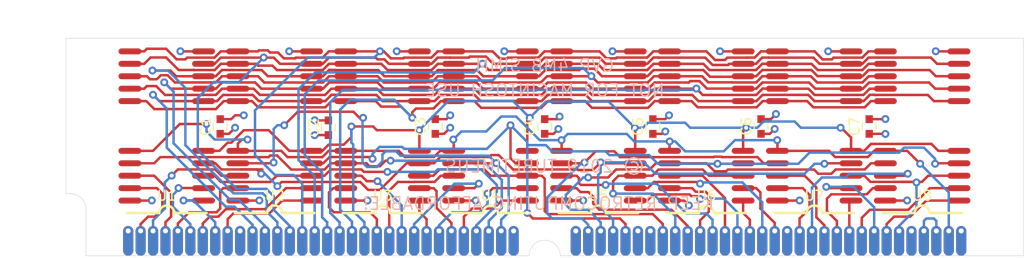
<source format=kicad_pcb>
(kicad_pcb (version 20171130) (host pcbnew "(5.1.0)-1")
  (layers (0 F.Cu signal) (1 In1.Cu power) (2 In2.Cu power hide) (31 B.Cu signal) (34 B.Paste user) (35 F.Paste user) (36 B.SilkS user) (37 F.SilkS user) (38 B.Mask user) (39 F.Mask user) (44 Edge.Cuts user))
  (net 0 "")
  (net 1 GND)
  (net 2 /DQ0)
  (net 3 /DQ1)
  (net 4 /DQ2)
  (net 5 /DQ3)
  (net 6 /DQ4)
  (net 7 /DQ5)
  (net 8 /DQ6)
  (net 9 /DQ7)
  (net 10 VDD)
  (net 11 /A0)
  (net 12 /A1)
  (net 13 /A2)
  (net 14 /A3)
  (net 15 /A4)
  (net 16 /A5)
  (net 17 /A6)
  (net 18 /A7)
  (net 19 /A8)
  (net 20 /A9)
  (net 21 /DQ8)
  (net 22 /DQ9)
  (net 23 /DQ10)
  (net 24 /DQ11)
  (net 25 /DQ12)
  (net 26 /DQ13)
  (net 27 /DQ14)
  (net 28 /DQ15)
  (net 29 /~WE0)
  (net 30 /~CAS0)
  (net 31 /~CAS1)
  (net 32 /~CAS2)
  (net 33 /~CAS3)
  (net 34 /~RAS0)
  (net 35 /~RAS1)
  (net 36 /~WE1)
  (net 37 /~WE2)
  (net 38 /DQ16)
  (net 39 /DQ17)
  (net 40 /DQ18)
  (net 41 /DQ19)
  (net 42 /DQ20)
  (net 43 /DQ21)
  (net 44 /DQ22)
  (net 45 /DQ23)
  (net 46 /DQ24)
  (net 47 /DQ25)
  (net 48 /DQ26)
  (net 49 /DQ27)
  (net 50 /DQ28)
  (net 51 /DQ29)
  (net 52 /DQ30)
  (net 53 /DQ31)
  (net 54 /~WE3)
  (net 55 "Net-(J1-Pad61)")
  (net 56 /~OE)
  (module Conn:EDGE_SIMM_64_127 (layer F.Cu) (at 152.4 88.9)
    (fp_text reference J1 hide)
    (fp_text value SIMM64_EDGE)
    (pad 64 thru_hole oval (at 42.545 -2.54) (size 1.0414 3.048) (drill 0.508 (offset 0 1.016)) (layers *.Cu *.Mask) (net 1 GND))
    (pad 63 thru_hole oval (at 41.275 -2.54) (size 1.0414 3.048) (drill 0.508 (offset 0 1.016)) (layers *.Cu *.Mask) (net 56 /~OE))
    (pad 62 thru_hole oval (at 40.005 -2.54) (size 1.0414 3.048) (drill 0.508 (offset 0 1.016)) (layers *.Cu *.Mask) (net 55 "Net-(J1-Pad61)"))
    (pad 61 thru_hole oval (at 38.735 -2.54) (size 1.0414 3.048) (drill 0.508 (offset 0 1.016)) (layers *.Cu *.Mask) (net 55 "Net-(J1-Pad61)"))
    (pad 60 thru_hole oval (at 37.465 -2.54) (size 1.0414 3.048) (drill 0.508 (offset 0 1.016)) (layers *.Cu *.Mask) (net 1 GND))
    (pad 59 thru_hole oval (at 36.195 -2.54) (size 1.0414 3.048) (drill 0.508 (offset 0 1.016)) (layers *.Cu *.Mask) (net 54 /~WE3))
    (pad 58 thru_hole oval (at 34.925 -2.54) (size 1.0414 3.048) (drill 0.508 (offset 0 1.016)) (layers *.Cu *.Mask) (net 53 /DQ31))
    (pad 57 thru_hole oval (at 33.655 -2.54) (size 1.0414 3.048) (drill 0.508 (offset 0 1.016)) (layers *.Cu *.Mask) (net 52 /DQ30))
    (pad 56 thru_hole oval (at 32.385 -2.54) (size 1.0414 3.048) (drill 0.508 (offset 0 1.016)) (layers *.Cu *.Mask) (net 51 /DQ29))
    (pad 55 thru_hole oval (at 31.115 -2.54) (size 1.0414 3.048) (drill 0.508 (offset 0 1.016)) (layers *.Cu *.Mask) (net 50 /DQ28))
    (pad 54 thru_hole oval (at 29.845 -2.54) (size 1.0414 3.048) (drill 0.508 (offset 0 1.016)) (layers *.Cu *.Mask) (net 49 /DQ27))
    (pad 53 thru_hole oval (at 28.575 -2.54) (size 1.0414 3.048) (drill 0.508 (offset 0 1.016)) (layers *.Cu *.Mask) (net 48 /DQ26))
    (pad 52 thru_hole oval (at 27.305 -2.54) (size 1.0414 3.048) (drill 0.508 (offset 0 1.016)) (layers *.Cu *.Mask) (net 47 /DQ25))
    (pad 51 thru_hole oval (at 26.035 -2.54) (size 1.0414 3.048) (drill 0.508 (offset 0 1.016)) (layers *.Cu *.Mask) (net 46 /DQ24))
    (pad 50 thru_hole oval (at 24.765 -2.54) (size 1.0414 3.048) (drill 0.508 (offset 0 1.016)) (layers *.Cu *.Mask) (net 10 VDD))
    (pad 49 thru_hole oval (at 23.495 -2.54) (size 1.0414 3.048) (drill 0.508 (offset 0 1.016)) (layers *.Cu *.Mask) (net 45 /DQ23))
    (pad 48 thru_hole oval (at 22.225 -2.54) (size 1.0414 3.048) (drill 0.508 (offset 0 1.016)) (layers *.Cu *.Mask) (net 44 /DQ22))
    (pad 47 thru_hole oval (at 20.955 -2.54) (size 1.0414 3.048) (drill 0.508 (offset 0 1.016)) (layers *.Cu *.Mask) (net 43 /DQ21))
    (pad 46 thru_hole oval (at 19.685 -2.54) (size 1.0414 3.048) (drill 0.508 (offset 0 1.016)) (layers *.Cu *.Mask) (net 42 /DQ20))
    (pad 45 thru_hole oval (at 18.415 -2.54) (size 1.0414 3.048) (drill 0.508 (offset 0 1.016)) (layers *.Cu *.Mask) (net 41 /DQ19))
    (pad 44 thru_hole oval (at 17.145 -2.54) (size 1.0414 3.048) (drill 0.508 (offset 0 1.016)) (layers *.Cu *.Mask) (net 40 /DQ18))
    (pad 43 thru_hole oval (at 15.875 -2.54) (size 1.0414 3.048) (drill 0.508 (offset 0 1.016)) (layers *.Cu *.Mask) (net 39 /DQ17))
    (pad 42 thru_hole oval (at 14.605 -2.54) (size 1.0414 3.048) (drill 0.508 (offset 0 1.016)) (layers *.Cu *.Mask) (net 38 /DQ16))
    (pad 41 thru_hole oval (at 13.335 -2.54) (size 1.0414 3.048) (drill 0.508 (offset 0 1.016)) (layers *.Cu *.Mask) (net 37 /~WE2))
    (pad 40 thru_hole oval (at 12.065 -2.54) (size 1.0414 3.048) (drill 0.508 (offset 0 1.016)) (layers *.Cu *.Mask) (net 36 /~WE1))
    (pad 39 thru_hole oval (at 10.795 -2.54) (size 1.0414 3.048) (drill 0.508 (offset 0 1.016)) (layers *.Cu *.Mask))
    (pad 38 thru_hole oval (at 9.525 -2.54) (size 1.0414 3.048) (drill 0.508 (offset 0 1.016)) (layers *.Cu *.Mask))
    (pad 37 thru_hole oval (at 8.255 -2.54) (size 1.0414 3.048) (drill 0.508 (offset 0 1.016)) (layers *.Cu *.Mask) (net 35 /~RAS1))
    (pad 36 thru_hole oval (at 6.985 -2.54) (size 1.0414 3.048) (drill 0.508 (offset 0 1.016)) (layers *.Cu *.Mask) (net 34 /~RAS0))
    (pad 35 thru_hole oval (at 5.715 -2.54) (size 1.0414 3.048) (drill 0.508 (offset 0 1.016)) (layers *.Cu *.Mask) (net 33 /~CAS3))
    (pad 34 thru_hole oval (at 4.445 -2.54) (size 1.0414 3.048) (drill 0.508 (offset 0 1.016)) (layers *.Cu *.Mask) (net 32 /~CAS2))
    (pad 33 thru_hole oval (at 3.175 -2.54) (size 1.0414 3.048) (drill 0.508 (offset 0 1.016)) (layers *.Cu *.Mask) (net 1 GND))
    (pad 32 thru_hole oval (at -3.175 -2.54) (size 1.0414 3.048) (drill 0.508 (offset 0 1.016)) (layers *.Cu *.Mask) (net 10 VDD))
    (pad 31 thru_hole oval (at -4.445 -2.54) (size 1.0414 3.048) (drill 0.508 (offset 0 1.016)) (layers *.Cu *.Mask) (net 31 /~CAS1))
    (pad 30 thru_hole oval (at -5.715 -2.54) (size 1.0414 3.048) (drill 0.508 (offset 0 1.016)) (layers *.Cu *.Mask) (net 30 /~CAS0))
    (pad 29 thru_hole oval (at -6.985 -2.54) (size 1.0414 3.048) (drill 0.508 (offset 0 1.016)) (layers *.Cu *.Mask) (net 29 /~WE0))
    (pad 28 thru_hole oval (at -8.255 -2.54) (size 1.0414 3.048) (drill 0.508 (offset 0 1.016)) (layers *.Cu *.Mask) (net 28 /DQ15))
    (pad 27 thru_hole oval (at -9.525 -2.54) (size 1.0414 3.048) (drill 0.508 (offset 0 1.016)) (layers *.Cu *.Mask) (net 27 /DQ14))
    (pad 26 thru_hole oval (at -10.795 -2.54) (size 1.0414 3.048) (drill 0.508 (offset 0 1.016)) (layers *.Cu *.Mask) (net 26 /DQ13))
    (pad 25 thru_hole oval (at -12.065 -2.54) (size 1.0414 3.048) (drill 0.508 (offset 0 1.016)) (layers *.Cu *.Mask) (net 25 /DQ12))
    (pad 24 thru_hole oval (at -13.335 -2.54) (size 1.0414 3.048) (drill 0.508 (offset 0 1.016)) (layers *.Cu *.Mask) (net 24 /DQ11))
    (pad 23 thru_hole oval (at -14.605 -2.54) (size 1.0414 3.048) (drill 0.508 (offset 0 1.016)) (layers *.Cu *.Mask) (net 23 /DQ10))
    (pad 22 thru_hole oval (at -15.875 -2.54) (size 1.0414 3.048) (drill 0.508 (offset 0 1.016)) (layers *.Cu *.Mask) (net 22 /DQ9))
    (pad 21 thru_hole oval (at -17.145 -2.54) (size 1.0414 3.048) (drill 0.508 (offset 0 1.016)) (layers *.Cu *.Mask) (net 21 /DQ8))
    (pad 20 thru_hole oval (at -18.415 -2.54) (size 1.0414 3.048) (drill 0.508 (offset 0 1.016)) (layers *.Cu *.Mask) (net 20 /A9))
    (pad 19 thru_hole oval (at -19.685 -2.54) (size 1.0414 3.048) (drill 0.508 (offset 0 1.016)) (layers *.Cu *.Mask) (net 19 /A8))
    (pad 18 thru_hole oval (at -20.955 -2.54) (size 1.0414 3.048) (drill 0.508 (offset 0 1.016)) (layers *.Cu *.Mask) (net 18 /A7))
    (pad 17 thru_hole oval (at -22.225 -2.54) (size 1.0414 3.048) (drill 0.508 (offset 0 1.016)) (layers *.Cu *.Mask) (net 17 /A6))
    (pad 16 thru_hole oval (at -23.495 -2.54) (size 1.0414 3.048) (drill 0.508 (offset 0 1.016)) (layers *.Cu *.Mask) (net 16 /A5))
    (pad 15 thru_hole oval (at -24.765 -2.54) (size 1.0414 3.048) (drill 0.508 (offset 0 1.016)) (layers *.Cu *.Mask) (net 15 /A4))
    (pad 14 thru_hole oval (at -26.035 -2.54) (size 1.0414 3.048) (drill 0.508 (offset 0 1.016)) (layers *.Cu *.Mask) (net 14 /A3))
    (pad 13 thru_hole oval (at -27.305 -2.54) (size 1.0414 3.048) (drill 0.508 (offset 0 1.016)) (layers *.Cu *.Mask) (net 13 /A2))
    (pad 12 thru_hole oval (at -28.575 -2.54) (size 1.0414 3.048) (drill 0.508 (offset 0 1.016)) (layers *.Cu *.Mask) (net 12 /A1))
    (pad 11 thru_hole oval (at -29.845 -2.54) (size 1.0414 3.048) (drill 0.508 (offset 0 1.016)) (layers *.Cu *.Mask) (net 11 /A0))
    (pad 10 thru_hole oval (at -31.115 -2.54) (size 1.0414 3.048) (drill 0.508 (offset 0 1.016)) (layers *.Cu *.Mask) (net 10 VDD))
    (pad 9 thru_hole oval (at -32.385 -2.54) (size 1.0414 3.048) (drill 0.508 (offset 0 1.016)) (layers *.Cu *.Mask) (net 9 /DQ7))
    (pad 8 thru_hole oval (at -33.655 -2.54) (size 1.0414 3.048) (drill 0.508 (offset 0 1.016)) (layers *.Cu *.Mask) (net 8 /DQ6))
    (pad 7 thru_hole oval (at -34.925 -2.54) (size 1.0414 3.048) (drill 0.508 (offset 0 1.016)) (layers *.Cu *.Mask) (net 7 /DQ5))
    (pad 6 thru_hole oval (at -36.195 -2.54) (size 1.0414 3.048) (drill 0.508 (offset 0 1.016)) (layers *.Cu *.Mask) (net 6 /DQ4))
    (pad 5 thru_hole oval (at -37.465 -2.54) (size 1.0414 3.048) (drill 0.508 (offset 0 1.016)) (layers *.Cu *.Mask) (net 5 /DQ3))
    (pad 4 thru_hole oval (at -38.735 -2.54) (size 1.0414 3.048) (drill 0.508 (offset 0 1.016)) (layers *.Cu *.Mask) (net 4 /DQ2))
    (pad 3 thru_hole oval (at -40.005 -2.54) (size 1.0414 3.048) (drill 0.508 (offset 0 1.016)) (layers *.Cu *.Mask) (net 3 /DQ1))
    (pad 2 thru_hole oval (at -41.275 -2.54) (size 1.0414 3.048) (drill 0.508 (offset 0 1.016)) (layers *.Cu *.Mask) (net 2 /DQ0))
    (pad 1 thru_hole oval (at -42.545 -2.54) (size 1.0414 3.048) (drill 0.508 (offset 0 1.016)) (layers *.Cu *.Mask) (net 1 GND))
  )
  (module Active:SOJ127P851X356-20_alt (layer F.Cu) (at 113.792 75.6412 180)
    (fp_text reference U1 (at 0 -7.112 180) (layer F.SilkS))
    (fp_text value HM514400_alt)
    (pad 1 smd oval (at -3.7592 -7.62 180) (size 2.3368 0.6096) (layers F.Cu F.Paste F.Mask) (net 8 /DQ6))
    (pad 2 smd oval (at -3.7592 -6.35 180) (size 2.3368 0.6096) (layers F.Cu F.Paste F.Mask) (net 6 /DQ4))
    (pad 3 smd oval (at -3.7592 -5.08 180) (size 2.3368 0.6096) (layers F.Cu F.Paste F.Mask) (net 29 /~WE0))
    (pad 4 smd oval (at -3.7592 -3.81 180) (size 2.3368 0.6096) (layers F.Cu F.Paste F.Mask) (net 34 /~RAS0))
    (pad 5 smd oval (at -3.7592 -2.54 180) (size 2.3368 0.6096) (layers F.Cu F.Paste F.Mask) (net 20 /A9))
    (pad 6 smd oval (at -3.7592 2.54 180) (size 2.3368 0.6096) (layers F.Cu F.Paste F.Mask) (net 11 /A0))
    (pad 7 smd oval (at -3.7592 3.81 180) (size 2.3368 0.6096) (layers F.Cu F.Paste F.Mask) (net 12 /A1))
    (pad 8 smd oval (at -3.7592 5.08 180) (size 2.3368 0.6096) (layers F.Cu F.Paste F.Mask) (net 13 /A2))
    (pad 9 smd oval (at -3.7592 6.35 180) (size 2.3368 0.6096) (layers F.Cu F.Paste F.Mask) (net 14 /A3))
    (pad 10 smd oval (at -3.7592 7.62 180) (size 2.3368 0.6096) (layers F.Cu F.Paste F.Mask) (net 10 VDD))
    (pad 11 smd oval (at 3.7592 7.62 180) (size 2.3368 0.6096) (layers F.Cu F.Paste F.Mask) (net 15 /A4))
    (pad 12 smd oval (at 3.7592 6.35 180) (size 2.3368 0.6096) (layers F.Cu F.Paste F.Mask) (net 16 /A5))
    (pad 13 smd oval (at 3.7592 5.08 180) (size 2.3368 0.6096) (layers F.Cu F.Paste F.Mask) (net 17 /A6))
    (pad 14 smd oval (at 3.7592 3.81 180) (size 2.3368 0.6096) (layers F.Cu F.Paste F.Mask) (net 18 /A7))
    (pad 15 smd oval (at 3.7592 2.54 180) (size 2.3368 0.6096) (layers F.Cu F.Paste F.Mask) (net 19 /A8))
    (pad 16 smd oval (at 3.7592 -2.54 180) (size 2.3368 0.6096) (layers F.Cu F.Paste F.Mask) (net 56 /~OE))
    (pad 17 smd oval (at 3.7592 -3.81 180) (size 2.3368 0.6096) (layers F.Cu F.Paste F.Mask) (net 30 /~CAS0))
    (pad 18 smd oval (at 3.7592 -5.08 180) (size 2.3368 0.6096) (layers F.Cu F.Paste F.Mask) (net 4 /DQ2))
    (pad 19 smd oval (at 3.7592 -6.35 180) (size 2.3368 0.6096) (layers F.Cu F.Paste F.Mask) (net 2 /DQ0))
    (pad 20 smd oval (at 3.7592 -7.62 180) (size 2.3368 0.6096) (layers F.Cu F.Paste F.Mask) (net 1 GND))
  )
  (module Active:SOJ127P851X356-20_alt (layer F.Cu) (at 124.8156 75.6412 180)
    (fp_text reference U2 (at 0 -7.112 180) (layer F.SilkS))
    (fp_text value HM514400_alt)
    (pad 1 smd oval (at -3.7592 -7.62 180) (size 2.3368 0.6096) (layers F.Cu F.Paste F.Mask) (net 9 /DQ7))
    (pad 2 smd oval (at -3.7592 -6.35 180) (size 2.3368 0.6096) (layers F.Cu F.Paste F.Mask) (net 7 /DQ5))
    (pad 3 smd oval (at -3.7592 -5.08 180) (size 2.3368 0.6096) (layers F.Cu F.Paste F.Mask) (net 29 /~WE0))
    (pad 4 smd oval (at -3.7592 -3.81 180) (size 2.3368 0.6096) (layers F.Cu F.Paste F.Mask) (net 35 /~RAS1))
    (pad 5 smd oval (at -3.7592 -2.54 180) (size 2.3368 0.6096) (layers F.Cu F.Paste F.Mask) (net 20 /A9))
    (pad 6 smd oval (at -3.7592 2.54 180) (size 2.3368 0.6096) (layers F.Cu F.Paste F.Mask) (net 11 /A0))
    (pad 7 smd oval (at -3.7592 3.81 180) (size 2.3368 0.6096) (layers F.Cu F.Paste F.Mask) (net 12 /A1))
    (pad 8 smd oval (at -3.7592 5.08 180) (size 2.3368 0.6096) (layers F.Cu F.Paste F.Mask) (net 13 /A2))
    (pad 9 smd oval (at -3.7592 6.35 180) (size 2.3368 0.6096) (layers F.Cu F.Paste F.Mask) (net 14 /A3))
    (pad 10 smd oval (at -3.7592 7.62 180) (size 2.3368 0.6096) (layers F.Cu F.Paste F.Mask) (net 10 VDD))
    (pad 11 smd oval (at 3.7592 7.62 180) (size 2.3368 0.6096) (layers F.Cu F.Paste F.Mask) (net 15 /A4))
    (pad 12 smd oval (at 3.7592 6.35 180) (size 2.3368 0.6096) (layers F.Cu F.Paste F.Mask) (net 16 /A5))
    (pad 13 smd oval (at 3.7592 5.08 180) (size 2.3368 0.6096) (layers F.Cu F.Paste F.Mask) (net 17 /A6))
    (pad 14 smd oval (at 3.7592 3.81 180) (size 2.3368 0.6096) (layers F.Cu F.Paste F.Mask) (net 18 /A7))
    (pad 15 smd oval (at 3.7592 2.54 180) (size 2.3368 0.6096) (layers F.Cu F.Paste F.Mask) (net 19 /A8))
    (pad 16 smd oval (at 3.7592 -2.54 180) (size 2.3368 0.6096) (layers F.Cu F.Paste F.Mask) (net 56 /~OE))
    (pad 17 smd oval (at 3.7592 -3.81 180) (size 2.3368 0.6096) (layers F.Cu F.Paste F.Mask) (net 31 /~CAS1))
    (pad 18 smd oval (at 3.7592 -5.08 180) (size 2.3368 0.6096) (layers F.Cu F.Paste F.Mask) (net 3 /DQ1))
    (pad 19 smd oval (at 3.7592 -6.35 180) (size 2.3368 0.6096) (layers F.Cu F.Paste F.Mask) (net 5 /DQ3))
    (pad 20 smd oval (at 3.7592 -7.62 180) (size 2.3368 0.6096) (layers F.Cu F.Paste F.Mask) (net 1 GND))
  )
  (module Active:SOJ127P851X356-20_alt (layer F.Cu) (at 135.8392 75.6412 180)
    (fp_text reference U3 (at 0 -7.112 180) (layer F.SilkS))
    (fp_text value HM514400_alt)
    (pad 1 smd oval (at -3.7592 -7.62 180) (size 2.3368 0.6096) (layers F.Cu F.Paste F.Mask) (net 25 /DQ12))
    (pad 2 smd oval (at -3.7592 -6.35 180) (size 2.3368 0.6096) (layers F.Cu F.Paste F.Mask) (net 27 /DQ14))
    (pad 3 smd oval (at -3.7592 -5.08 180) (size 2.3368 0.6096) (layers F.Cu F.Paste F.Mask) (net 36 /~WE1))
    (pad 4 smd oval (at -3.7592 -3.81 180) (size 2.3368 0.6096) (layers F.Cu F.Paste F.Mask) (net 34 /~RAS0))
    (pad 5 smd oval (at -3.7592 -2.54 180) (size 2.3368 0.6096) (layers F.Cu F.Paste F.Mask) (net 20 /A9))
    (pad 6 smd oval (at -3.7592 2.54 180) (size 2.3368 0.6096) (layers F.Cu F.Paste F.Mask) (net 11 /A0))
    (pad 7 smd oval (at -3.7592 3.81 180) (size 2.3368 0.6096) (layers F.Cu F.Paste F.Mask) (net 12 /A1))
    (pad 8 smd oval (at -3.7592 5.08 180) (size 2.3368 0.6096) (layers F.Cu F.Paste F.Mask) (net 13 /A2))
    (pad 9 smd oval (at -3.7592 6.35 180) (size 2.3368 0.6096) (layers F.Cu F.Paste F.Mask) (net 14 /A3))
    (pad 10 smd oval (at -3.7592 7.62 180) (size 2.3368 0.6096) (layers F.Cu F.Paste F.Mask) (net 10 VDD))
    (pad 11 smd oval (at 3.7592 7.62 180) (size 2.3368 0.6096) (layers F.Cu F.Paste F.Mask) (net 15 /A4))
    (pad 12 smd oval (at 3.7592 6.35 180) (size 2.3368 0.6096) (layers F.Cu F.Paste F.Mask) (net 16 /A5))
    (pad 13 smd oval (at 3.7592 5.08 180) (size 2.3368 0.6096) (layers F.Cu F.Paste F.Mask) (net 17 /A6))
    (pad 14 smd oval (at 3.7592 3.81 180) (size 2.3368 0.6096) (layers F.Cu F.Paste F.Mask) (net 18 /A7))
    (pad 15 smd oval (at 3.7592 2.54 180) (size 2.3368 0.6096) (layers F.Cu F.Paste F.Mask) (net 19 /A8))
    (pad 16 smd oval (at 3.7592 -2.54 180) (size 2.3368 0.6096) (layers F.Cu F.Paste F.Mask) (net 56 /~OE))
    (pad 17 smd oval (at 3.7592 -3.81 180) (size 2.3368 0.6096) (layers F.Cu F.Paste F.Mask) (net 30 /~CAS0))
    (pad 18 smd oval (at 3.7592 -5.08 180) (size 2.3368 0.6096) (layers F.Cu F.Paste F.Mask) (net 23 /DQ10))
    (pad 19 smd oval (at 3.7592 -6.35 180) (size 2.3368 0.6096) (layers F.Cu F.Paste F.Mask) (net 21 /DQ8))
    (pad 20 smd oval (at 3.7592 -7.62 180) (size 2.3368 0.6096) (layers F.Cu F.Paste F.Mask) (net 1 GND))
  )
  (module Active:SOJ127P851X356-20_alt (layer F.Cu) (at 146.8628 75.6412 180)
    (fp_text reference U4 (at 0 -7.112 180) (layer F.SilkS))
    (fp_text value HM514400_alt)
    (pad 1 smd oval (at -3.7592 -7.62 180) (size 2.3368 0.6096) (layers F.Cu F.Paste F.Mask) (net 28 /DQ15))
    (pad 2 smd oval (at -3.7592 -6.35 180) (size 2.3368 0.6096) (layers F.Cu F.Paste F.Mask) (net 26 /DQ13))
    (pad 3 smd oval (at -3.7592 -5.08 180) (size 2.3368 0.6096) (layers F.Cu F.Paste F.Mask) (net 36 /~WE1))
    (pad 4 smd oval (at -3.7592 -3.81 180) (size 2.3368 0.6096) (layers F.Cu F.Paste F.Mask) (net 35 /~RAS1))
    (pad 5 smd oval (at -3.7592 -2.54 180) (size 2.3368 0.6096) (layers F.Cu F.Paste F.Mask) (net 20 /A9))
    (pad 6 smd oval (at -3.7592 2.54 180) (size 2.3368 0.6096) (layers F.Cu F.Paste F.Mask) (net 11 /A0))
    (pad 7 smd oval (at -3.7592 3.81 180) (size 2.3368 0.6096) (layers F.Cu F.Paste F.Mask) (net 12 /A1))
    (pad 8 smd oval (at -3.7592 5.08 180) (size 2.3368 0.6096) (layers F.Cu F.Paste F.Mask) (net 13 /A2))
    (pad 9 smd oval (at -3.7592 6.35 180) (size 2.3368 0.6096) (layers F.Cu F.Paste F.Mask) (net 14 /A3))
    (pad 10 smd oval (at -3.7592 7.62 180) (size 2.3368 0.6096) (layers F.Cu F.Paste F.Mask) (net 10 VDD))
    (pad 11 smd oval (at 3.7592 7.62 180) (size 2.3368 0.6096) (layers F.Cu F.Paste F.Mask) (net 15 /A4))
    (pad 12 smd oval (at 3.7592 6.35 180) (size 2.3368 0.6096) (layers F.Cu F.Paste F.Mask) (net 16 /A5))
    (pad 13 smd oval (at 3.7592 5.08 180) (size 2.3368 0.6096) (layers F.Cu F.Paste F.Mask) (net 17 /A6))
    (pad 14 smd oval (at 3.7592 3.81 180) (size 2.3368 0.6096) (layers F.Cu F.Paste F.Mask) (net 18 /A7))
    (pad 15 smd oval (at 3.7592 2.54 180) (size 2.3368 0.6096) (layers F.Cu F.Paste F.Mask) (net 19 /A8))
    (pad 16 smd oval (at 3.7592 -2.54 180) (size 2.3368 0.6096) (layers F.Cu F.Paste F.Mask) (net 56 /~OE))
    (pad 17 smd oval (at 3.7592 -3.81 180) (size 2.3368 0.6096) (layers F.Cu F.Paste F.Mask) (net 31 /~CAS1))
    (pad 18 smd oval (at 3.7592 -5.08 180) (size 2.3368 0.6096) (layers F.Cu F.Paste F.Mask) (net 22 /DQ9))
    (pad 19 smd oval (at 3.7592 -6.35 180) (size 2.3368 0.6096) (layers F.Cu F.Paste F.Mask) (net 24 /DQ11))
    (pad 20 smd oval (at 3.7592 -7.62 180) (size 2.3368 0.6096) (layers F.Cu F.Paste F.Mask) (net 1 GND))
  )
  (module Active:SOJ127P851X356-20_alt (layer F.Cu) (at 157.8864 75.6412 180)
    (fp_text reference U5 (at 0 -7.112 180) (layer F.SilkS))
    (fp_text value HM514400_alt)
    (pad 1 smd oval (at -3.7592 -7.62 180) (size 2.3368 0.6096) (layers F.Cu F.Paste F.Mask) (net 42 /DQ20))
    (pad 2 smd oval (at -3.7592 -6.35 180) (size 2.3368 0.6096) (layers F.Cu F.Paste F.Mask) (net 44 /DQ22))
    (pad 3 smd oval (at -3.7592 -5.08 180) (size 2.3368 0.6096) (layers F.Cu F.Paste F.Mask) (net 37 /~WE2))
    (pad 4 smd oval (at -3.7592 -3.81 180) (size 2.3368 0.6096) (layers F.Cu F.Paste F.Mask) (net 34 /~RAS0))
    (pad 5 smd oval (at -3.7592 -2.54 180) (size 2.3368 0.6096) (layers F.Cu F.Paste F.Mask) (net 20 /A9))
    (pad 6 smd oval (at -3.7592 2.54 180) (size 2.3368 0.6096) (layers F.Cu F.Paste F.Mask) (net 11 /A0))
    (pad 7 smd oval (at -3.7592 3.81 180) (size 2.3368 0.6096) (layers F.Cu F.Paste F.Mask) (net 12 /A1))
    (pad 8 smd oval (at -3.7592 5.08 180) (size 2.3368 0.6096) (layers F.Cu F.Paste F.Mask) (net 13 /A2))
    (pad 9 smd oval (at -3.7592 6.35 180) (size 2.3368 0.6096) (layers F.Cu F.Paste F.Mask) (net 14 /A3))
    (pad 10 smd oval (at -3.7592 7.62 180) (size 2.3368 0.6096) (layers F.Cu F.Paste F.Mask) (net 10 VDD))
    (pad 11 smd oval (at 3.7592 7.62 180) (size 2.3368 0.6096) (layers F.Cu F.Paste F.Mask) (net 15 /A4))
    (pad 12 smd oval (at 3.7592 6.35 180) (size 2.3368 0.6096) (layers F.Cu F.Paste F.Mask) (net 16 /A5))
    (pad 13 smd oval (at 3.7592 5.08 180) (size 2.3368 0.6096) (layers F.Cu F.Paste F.Mask) (net 17 /A6))
    (pad 14 smd oval (at 3.7592 3.81 180) (size 2.3368 0.6096) (layers F.Cu F.Paste F.Mask) (net 18 /A7))
    (pad 15 smd oval (at 3.7592 2.54 180) (size 2.3368 0.6096) (layers F.Cu F.Paste F.Mask) (net 19 /A8))
    (pad 16 smd oval (at 3.7592 -2.54 180) (size 2.3368 0.6096) (layers F.Cu F.Paste F.Mask) (net 56 /~OE))
    (pad 17 smd oval (at 3.7592 -3.81 180) (size 2.3368 0.6096) (layers F.Cu F.Paste F.Mask) (net 32 /~CAS2))
    (pad 18 smd oval (at 3.7592 -5.08 180) (size 2.3368 0.6096) (layers F.Cu F.Paste F.Mask) (net 40 /DQ18))
    (pad 19 smd oval (at 3.7592 -6.35 180) (size 2.3368 0.6096) (layers F.Cu F.Paste F.Mask) (net 38 /DQ16))
    (pad 20 smd oval (at 3.7592 -7.62 180) (size 2.3368 0.6096) (layers F.Cu F.Paste F.Mask) (net 1 GND))
  )
  (module Active:SOJ127P851X356-20_alt (layer F.Cu) (at 168.91 75.6412 180)
    (fp_text reference U6 (at 0 -7.112 180) (layer F.SilkS))
    (fp_text value HM514400_alt)
    (pad 1 smd oval (at -3.7592 -7.62 180) (size 2.3368 0.6096) (layers F.Cu F.Paste F.Mask) (net 43 /DQ21))
    (pad 2 smd oval (at -3.7592 -6.35 180) (size 2.3368 0.6096) (layers F.Cu F.Paste F.Mask) (net 45 /DQ23))
    (pad 3 smd oval (at -3.7592 -5.08 180) (size 2.3368 0.6096) (layers F.Cu F.Paste F.Mask) (net 37 /~WE2))
    (pad 4 smd oval (at -3.7592 -3.81 180) (size 2.3368 0.6096) (layers F.Cu F.Paste F.Mask) (net 35 /~RAS1))
    (pad 5 smd oval (at -3.7592 -2.54 180) (size 2.3368 0.6096) (layers F.Cu F.Paste F.Mask) (net 20 /A9))
    (pad 6 smd oval (at -3.7592 2.54 180) (size 2.3368 0.6096) (layers F.Cu F.Paste F.Mask) (net 11 /A0))
    (pad 7 smd oval (at -3.7592 3.81 180) (size 2.3368 0.6096) (layers F.Cu F.Paste F.Mask) (net 12 /A1))
    (pad 8 smd oval (at -3.7592 5.08 180) (size 2.3368 0.6096) (layers F.Cu F.Paste F.Mask) (net 13 /A2))
    (pad 9 smd oval (at -3.7592 6.35 180) (size 2.3368 0.6096) (layers F.Cu F.Paste F.Mask) (net 14 /A3))
    (pad 10 smd oval (at -3.7592 7.62 180) (size 2.3368 0.6096) (layers F.Cu F.Paste F.Mask) (net 10 VDD))
    (pad 11 smd oval (at 3.7592 7.62 180) (size 2.3368 0.6096) (layers F.Cu F.Paste F.Mask) (net 15 /A4))
    (pad 12 smd oval (at 3.7592 6.35 180) (size 2.3368 0.6096) (layers F.Cu F.Paste F.Mask) (net 16 /A5))
    (pad 13 smd oval (at 3.7592 5.08 180) (size 2.3368 0.6096) (layers F.Cu F.Paste F.Mask) (net 17 /A6))
    (pad 14 smd oval (at 3.7592 3.81 180) (size 2.3368 0.6096) (layers F.Cu F.Paste F.Mask) (net 18 /A7))
    (pad 15 smd oval (at 3.7592 2.54 180) (size 2.3368 0.6096) (layers F.Cu F.Paste F.Mask) (net 19 /A8))
    (pad 16 smd oval (at 3.7592 -2.54 180) (size 2.3368 0.6096) (layers F.Cu F.Paste F.Mask) (net 56 /~OE))
    (pad 17 smd oval (at 3.7592 -3.81 180) (size 2.3368 0.6096) (layers F.Cu F.Paste F.Mask) (net 33 /~CAS3))
    (pad 18 smd oval (at 3.7592 -5.08 180) (size 2.3368 0.6096) (layers F.Cu F.Paste F.Mask) (net 41 /DQ19))
    (pad 19 smd oval (at 3.7592 -6.35 180) (size 2.3368 0.6096) (layers F.Cu F.Paste F.Mask) (net 39 /DQ17))
    (pad 20 smd oval (at 3.7592 -7.62 180) (size 2.3368 0.6096) (layers F.Cu F.Paste F.Mask) (net 1 GND))
  )
  (module Active:SOJ127P851X356-20_alt (layer F.Cu) (at 179.9336 75.6412 180)
    (fp_text reference U7 (at 0 -7.112 180) (layer F.SilkS))
    (fp_text value HM514400_alt)
    (pad 1 smd oval (at -3.7592 -7.62 180) (size 2.3368 0.6096) (layers F.Cu F.Paste F.Mask) (net 50 /DQ28))
    (pad 2 smd oval (at -3.7592 -6.35 180) (size 2.3368 0.6096) (layers F.Cu F.Paste F.Mask) (net 52 /DQ30))
    (pad 3 smd oval (at -3.7592 -5.08 180) (size 2.3368 0.6096) (layers F.Cu F.Paste F.Mask) (net 54 /~WE3))
    (pad 4 smd oval (at -3.7592 -3.81 180) (size 2.3368 0.6096) (layers F.Cu F.Paste F.Mask) (net 34 /~RAS0))
    (pad 5 smd oval (at -3.7592 -2.54 180) (size 2.3368 0.6096) (layers F.Cu F.Paste F.Mask) (net 20 /A9))
    (pad 6 smd oval (at -3.7592 2.54 180) (size 2.3368 0.6096) (layers F.Cu F.Paste F.Mask) (net 11 /A0))
    (pad 7 smd oval (at -3.7592 3.81 180) (size 2.3368 0.6096) (layers F.Cu F.Paste F.Mask) (net 12 /A1))
    (pad 8 smd oval (at -3.7592 5.08 180) (size 2.3368 0.6096) (layers F.Cu F.Paste F.Mask) (net 13 /A2))
    (pad 9 smd oval (at -3.7592 6.35 180) (size 2.3368 0.6096) (layers F.Cu F.Paste F.Mask) (net 14 /A3))
    (pad 10 smd oval (at -3.7592 7.62 180) (size 2.3368 0.6096) (layers F.Cu F.Paste F.Mask) (net 10 VDD))
    (pad 11 smd oval (at 3.7592 7.62 180) (size 2.3368 0.6096) (layers F.Cu F.Paste F.Mask) (net 15 /A4))
    (pad 12 smd oval (at 3.7592 6.35 180) (size 2.3368 0.6096) (layers F.Cu F.Paste F.Mask) (net 16 /A5))
    (pad 13 smd oval (at 3.7592 5.08 180) (size 2.3368 0.6096) (layers F.Cu F.Paste F.Mask) (net 17 /A6))
    (pad 14 smd oval (at 3.7592 3.81 180) (size 2.3368 0.6096) (layers F.Cu F.Paste F.Mask) (net 18 /A7))
    (pad 15 smd oval (at 3.7592 2.54 180) (size 2.3368 0.6096) (layers F.Cu F.Paste F.Mask) (net 19 /A8))
    (pad 16 smd oval (at 3.7592 -2.54 180) (size 2.3368 0.6096) (layers F.Cu F.Paste F.Mask) (net 56 /~OE))
    (pad 17 smd oval (at 3.7592 -3.81 180) (size 2.3368 0.6096) (layers F.Cu F.Paste F.Mask) (net 32 /~CAS2))
    (pad 18 smd oval (at 3.7592 -5.08 180) (size 2.3368 0.6096) (layers F.Cu F.Paste F.Mask) (net 48 /DQ26))
    (pad 19 smd oval (at 3.7592 -6.35 180) (size 2.3368 0.6096) (layers F.Cu F.Paste F.Mask) (net 46 /DQ24))
    (pad 20 smd oval (at 3.7592 -7.62 180) (size 2.3368 0.6096) (layers F.Cu F.Paste F.Mask) (net 1 GND))
  )
  (module Active:SOJ127P851X356-20_alt (layer F.Cu) (at 190.9572 75.6412 180)
    (fp_text reference U8 (at 0 -7.112 180) (layer F.SilkS))
    (fp_text value HM514400_alt)
    (pad 1 smd oval (at -3.7592 -7.62 180) (size 2.3368 0.6096) (layers F.Cu F.Paste F.Mask) (net 53 /DQ31))
    (pad 2 smd oval (at -3.7592 -6.35 180) (size 2.3368 0.6096) (layers F.Cu F.Paste F.Mask) (net 51 /DQ29))
    (pad 3 smd oval (at -3.7592 -5.08 180) (size 2.3368 0.6096) (layers F.Cu F.Paste F.Mask) (net 54 /~WE3))
    (pad 4 smd oval (at -3.7592 -3.81 180) (size 2.3368 0.6096) (layers F.Cu F.Paste F.Mask) (net 35 /~RAS1))
    (pad 5 smd oval (at -3.7592 -2.54 180) (size 2.3368 0.6096) (layers F.Cu F.Paste F.Mask) (net 20 /A9))
    (pad 6 smd oval (at -3.7592 2.54 180) (size 2.3368 0.6096) (layers F.Cu F.Paste F.Mask) (net 11 /A0))
    (pad 7 smd oval (at -3.7592 3.81 180) (size 2.3368 0.6096) (layers F.Cu F.Paste F.Mask) (net 12 /A1))
    (pad 8 smd oval (at -3.7592 5.08 180) (size 2.3368 0.6096) (layers F.Cu F.Paste F.Mask) (net 13 /A2))
    (pad 9 smd oval (at -3.7592 6.35 180) (size 2.3368 0.6096) (layers F.Cu F.Paste F.Mask) (net 14 /A3))
    (pad 10 smd oval (at -3.7592 7.62 180) (size 2.3368 0.6096) (layers F.Cu F.Paste F.Mask) (net 10 VDD))
    (pad 11 smd oval (at 3.7592 7.62 180) (size 2.3368 0.6096) (layers F.Cu F.Paste F.Mask) (net 15 /A4))
    (pad 12 smd oval (at 3.7592 6.35 180) (size 2.3368 0.6096) (layers F.Cu F.Paste F.Mask) (net 16 /A5))
    (pad 13 smd oval (at 3.7592 5.08 180) (size 2.3368 0.6096) (layers F.Cu F.Paste F.Mask) (net 17 /A6))
    (pad 14 smd oval (at 3.7592 3.81 180) (size 2.3368 0.6096) (layers F.Cu F.Paste F.Mask) (net 18 /A7))
    (pad 15 smd oval (at 3.7592 2.54 180) (size 2.3368 0.6096) (layers F.Cu F.Paste F.Mask) (net 19 /A8))
    (pad 16 smd oval (at 3.7592 -2.54 180) (size 2.3368 0.6096) (layers F.Cu F.Paste F.Mask) (net 56 /~OE))
    (pad 17 smd oval (at 3.7592 -3.81 180) (size 2.3368 0.6096) (layers F.Cu F.Paste F.Mask) (net 33 /~CAS3))
    (pad 18 smd oval (at 3.7592 -5.08 180) (size 2.3368 0.6096) (layers F.Cu F.Paste F.Mask) (net 47 /DQ25))
    (pad 19 smd oval (at 3.7592 -6.35 180) (size 2.3368 0.6096) (layers F.Cu F.Paste F.Mask) (net 49 /DQ27))
    (pad 20 smd oval (at 3.7592 -7.62 180) (size 2.3368 0.6096) (layers F.Cu F.Paste F.Mask) (net 1 GND))
  )
  (module Conn:MH_125 (layer F.Cu) (at 106.8832 78.74)
    (fp_text reference H1 hide)
    (fp_text value MountingHole hide)
    (pad "" np_thru_hole circle (at 0 0) (size 3.1242 3.1242) (drill 3.1242) (layers *.Cu *.Mask))
  )
  (module Conn:MH_125 (layer F.Cu) (at 197.9168 78.74)
    (fp_text reference H2 hide)
    (fp_text value MountingHole hide)
    (pad "" np_thru_hole circle (at 0 0) (size 3.1242 3.1242) (drill 3.1242) (layers *.Cu *.Mask))
  )
  (module Passive:CAPC1608X100 (layer F.Cu) (at 119.253 75.692 90)
    (fp_text reference C1 (at 0 -1.5 90) (layer F.SilkS))
    (fp_text value 0.22)
    (pad 2 smd rect (at 0.75 0 90) (size 0.8 0.75) (layers F.Cu F.Paste F.Mask) (net 1 GND))
    (pad 1 smd rect (at -0.75 0 90) (size 0.8 0.75) (layers F.Cu F.Paste F.Mask) (net 10 VDD))
  )
  (module Passive:CAPC1608X100 (layer F.Cu) (at 130.302 75.819 90)
    (fp_text reference C2 (at 0 -1.5 90) (layer F.SilkS))
    (fp_text value 0.22)
    (pad 2 smd rect (at 0.75 0 90) (size 0.8 0.75) (layers F.Cu F.Paste F.Mask) (net 1 GND))
    (pad 1 smd rect (at -0.75 0 90) (size 0.8 0.75) (layers F.Cu F.Paste F.Mask) (net 10 VDD))
  )
  (module Passive:CAPC1608X100 (layer F.Cu) (at 141.224 75.692 90)
    (fp_text reference C3 (at 0 -1.5 90) (layer F.SilkS))
    (fp_text value 0.22)
    (pad 2 smd rect (at 0.75 0 90) (size 0.8 0.75) (layers F.Cu F.Paste F.Mask) (net 1 GND))
    (pad 1 smd rect (at -0.75 0 90) (size 0.8 0.75) (layers F.Cu F.Paste F.Mask) (net 10 VDD))
  )
  (module Passive:CAPC1608X100 (layer F.Cu) (at 152.4 75.692 90)
    (fp_text reference C4 (at 0 -1.5 90) (layer F.SilkS))
    (fp_text value 0.22)
    (pad 2 smd rect (at 0.75 0 90) (size 0.8 0.75) (layers F.Cu F.Paste F.Mask) (net 1 GND))
    (pad 1 smd rect (at -0.75 0 90) (size 0.8 0.75) (layers F.Cu F.Paste F.Mask) (net 10 VDD))
  )
  (module Passive:CAPC1608X100 (layer F.Cu) (at 163.449 75.692 90)
    (fp_text reference C5 (at 0 -1.5 90) (layer F.SilkS))
    (fp_text value 0.22)
    (pad 2 smd rect (at 0.75 0 90) (size 0.8 0.75) (layers F.Cu F.Paste F.Mask) (net 1 GND))
    (pad 1 smd rect (at -0.75 0 90) (size 0.8 0.75) (layers F.Cu F.Paste F.Mask) (net 10 VDD))
  )
  (module Passive:CAPC1608X100 (layer F.Cu) (at 174.498 75.692 90)
    (fp_text reference C6 (at 0 -1.5 90) (layer F.SilkS))
    (fp_text value 0.22)
    (pad 2 smd rect (at 0.75 0 90) (size 0.8 0.75) (layers F.Cu F.Paste F.Mask) (net 1 GND))
    (pad 1 smd rect (at -0.75 0 90) (size 0.8 0.75) (layers F.Cu F.Paste F.Mask) (net 10 VDD))
  )
  (module Passive:CAPC1608X100 (layer F.Cu) (at 185.547 75.692 90)
    (fp_text reference C7 (at 0 -1.5 90) (layer F.SilkS))
    (fp_text value 0.22)
    (pad 2 smd rect (at 0.75 0 90) (size 0.8 0.75) (layers F.Cu F.Paste F.Mask) (net 1 GND))
    (pad 1 smd rect (at -0.75 0 90) (size 0.8 0.75) (layers F.Cu F.Paste F.Mask) (net 10 VDD))
  )
  (gr_text "© 2019 TUBETIMEUS" (at 152.4 79.756) (layer B.SilkS) (effects (font (size 1.27 1.27) (thickness 0.1524)) (justify mirror)))
  (gr_text "GVP 4MB SIMM" (at 152.4 69.469) (layer B.SilkS) (effects (font (size 1.27 1.27)) (justify mirror)))
  (gr_text "KEEP RETROCOMPUTING AFFORDABLE!" (at 151.765 83.566) (layer B.SilkS) (effects (font (size 1.27 1.27)) (justify mirror)))
  (gr_text "NOT FOR MACINTOSH USE" (at 152.4 72.009) (layer B.SilkS) (effects (font (size 1.27 1.27) (thickness 0.1524)) (justify mirror)))
  (gr_arc (start 103.9495 84.1375) (end 105.537 84.1375) (angle -90) (layer Edge.Cuts) (width 0.05))
  (gr_arc (start 152.4 88.9) (end 153.9875 88.9) (angle -180) (layer Edge.Cuts) (width 0.05))
  (gr_line (start 103.505 66.675) (end 201.295 66.675) (layer Edge.Cuts) (width 0.05))
  (gr_line (start 103.505 82.55) (end 103.505 66.675) (layer Edge.Cuts) (width 0.05))
  (gr_line (start 201.295 88.9) (end 201.295 66.675) (layer Edge.Cuts) (width 0.05))
  (gr_line (start 153.9875 88.9) (end 201.295 88.9) (layer Edge.Cuts) (width 0.05))
  (gr_line (start 105.537 88.9) (end 150.8125 88.9) (layer Edge.Cuts) (width 0.05))
  (gr_line (start 105.537 84.1375) (end 105.537 88.9) (layer Edge.Cuts) (width 0.05))
  (gr_line (start 103.505 82.55) (end 103.9495 82.55) (layer Edge.Cuts) (width 0.05))
  (via (at 112.268 83.2485) (size 0.8) (drill 0.4) (layers F.Cu B.Cu) (net 1))
  (segment (start 110.0328 83.2612) (end 112.2553 83.2612) (width 0.254) (layer F.Cu) (net 1))
  (segment (start 112.2553 83.2612) (end 112.268 83.2485) (width 0.254) (layer F.Cu) (net 1))
  (segment (start 121.0183 83.2612) (end 123.2408 83.2612) (width 0.254) (layer F.Cu) (net 1))
  (via (at 123.2535 83.2485) (size 0.8) (drill 0.4) (layers F.Cu B.Cu) (net 1))
  (via (at 134.3025 83.2485) (size 0.8) (drill 0.4) (layers F.Cu B.Cu) (net 1))
  (segment (start 132.0673 83.2612) (end 134.2898 83.2612) (width 0.254) (layer F.Cu) (net 1))
  (via (at 145.3515 83.2485) (size 0.8) (drill 0.4) (layers F.Cu B.Cu) (net 1))
  (segment (start 143.1163 83.2612) (end 145.3388 83.2612) (width 0.254) (layer F.Cu) (net 1))
  (via (at 156.337 83.2485) (size 0.8) (drill 0.4) (layers F.Cu B.Cu) (net 1))
  (segment (start 154.1018 83.2612) (end 156.3243 83.2612) (width 0.254) (layer F.Cu) (net 1))
  (via (at 178.435 83.2485) (size 0.8) (drill 0.4) (layers F.Cu B.Cu) (net 1))
  (segment (start 176.1998 83.2612) (end 178.4223 83.2612) (width 0.254) (layer F.Cu) (net 1))
  (via (at 189.4205 83.2485) (size 0.8) (drill 0.4) (layers F.Cu B.Cu) (net 1))
  (segment (start 187.1853 83.2612) (end 189.4078 83.2612) (width 0.254) (layer F.Cu) (net 1))
  (via (at 167.132 83.7565) (size 0.8) (drill 0.4) (layers F.Cu B.Cu) (net 1))
  (segment (start 165.1508 83.2612) (end 166.6367 83.2612) (width 0.25) (layer F.Cu) (net 1))
  (segment (start 166.6367 83.2612) (end 167.132 83.7565) (width 0.25) (layer F.Cu) (net 1))
  (segment (start 119.253 74.942) (end 120.384 74.942) (width 0.25) (layer F.Cu) (net 1))
  (segment (start 120.384 74.942) (end 120.777 74.549) (width 0.25) (layer F.Cu) (net 1))
  (via (at 128.905 75.057) (size 0.8) (drill 0.4) (layers F.Cu B.Cu) (net 1))
  (segment (start 130.302 75.069) (end 128.917 75.069) (width 0.25) (layer F.Cu) (net 1))
  (segment (start 128.917 75.069) (end 128.905 75.057) (width 0.25) (layer F.Cu) (net 1))
  (via (at 142.748 74.549) (size 0.8) (drill 0.4) (layers F.Cu B.Cu) (net 1))
  (segment (start 141.224 74.942) (end 142.355 74.942) (width 0.25) (layer F.Cu) (net 1))
  (segment (start 142.355 74.942) (end 142.748 74.549) (width 0.25) (layer F.Cu) (net 1))
  (via (at 153.924 74.676) (size 0.8) (drill 0.4) (layers F.Cu B.Cu) (net 1))
  (segment (start 152.4 74.942) (end 153.658 74.942) (width 0.25) (layer F.Cu) (net 1))
  (segment (start 153.658 74.942) (end 153.924 74.676) (width 0.25) (layer F.Cu) (net 1))
  (via (at 165.1 74.549) (size 0.8) (drill 0.4) (layers F.Cu B.Cu) (net 1))
  (segment (start 163.449 74.942) (end 164.707 74.942) (width 0.25) (layer F.Cu) (net 1))
  (segment (start 164.707 74.942) (end 165.1 74.549) (width 0.25) (layer F.Cu) (net 1))
  (via (at 176.022 74.422) (size 0.8) (drill 0.4) (layers F.Cu B.Cu) (net 1))
  (segment (start 174.498 74.942) (end 175.502 74.942) (width 0.25) (layer F.Cu) (net 1))
  (segment (start 175.502 74.942) (end 176.022 74.422) (width 0.25) (layer F.Cu) (net 1))
  (via (at 187.198 74.93) (size 0.8) (drill 0.4) (layers F.Cu B.Cu) (net 1))
  (segment (start 187.186 74.942) (end 187.198 74.93) (width 0.25) (layer F.Cu) (net 1))
  (segment (start 185.547 74.942) (end 187.186 74.942) (width 0.25) (layer F.Cu) (net 1))
  (via (at 121.666 74.549) (size 0.8) (drill 0.4) (layers F.Cu B.Cu) (net 1))
  (segment (start 120.777 74.549) (end 121.666 74.549) (width 0.25) (layer F.Cu) (net 1))
  (segment (start 111.125 86.36) (end 111.125 85.6615) (width 0.254) (layer F.Cu) (net 2))
  (segment (start 111.125 85.6615) (end 111.887 84.8995) (width 0.254) (layer F.Cu) (net 2))
  (segment (start 111.887 84.8995) (end 112.5855 84.8995) (width 0.254) (layer F.Cu) (net 2))
  (segment (start 112.5855 84.8995) (end 113.3475 84.1375) (width 0.254) (layer F.Cu) (net 2))
  (segment (start 113.3475 84.1375) (end 113.3475 82.55) (width 0.254) (layer F.Cu) (net 2))
  (segment (start 112.7887 81.9912) (end 110.0328 81.9912) (width 0.254) (layer F.Cu) (net 2))
  (segment (start 113.3475 82.55) (end 112.7887 81.9912) (width 0.254) (layer F.Cu) (net 2))
  (segment (start 112.395 86.36) (end 112.395 85.2805) (width 0.254) (layer B.Cu) (net 3))
  (segment (start 112.395 85.2805) (end 113.6015 84.074) (width 0.254) (layer B.Cu) (net 3))
  (via (at 114.3 80.7085) (size 0.8) (drill 0.4) (layers F.Cu B.Cu) (net 3))
  (segment (start 113.6015 84.074) (end 113.6015 81.407) (width 0.254) (layer B.Cu) (net 3))
  (segment (start 113.6015 81.407) (end 114.3 80.7085) (width 0.254) (layer B.Cu) (net 3))
  (segment (start 114.92749 80.08101) (end 114.3 80.7085) (width 0.25) (layer F.Cu) (net 3))
  (segment (start 118.7511 80.08101) (end 114.92749 80.08101) (width 0.25) (layer F.Cu) (net 3))
  (segment (start 121.0564 80.7212) (end 119.39129 80.7212) (width 0.25) (layer F.Cu) (net 3))
  (segment (start 119.39129 80.7212) (end 118.7511 80.08101) (width 0.25) (layer F.Cu) (net 3))
  (segment (start 112.5093 80.7212) (end 110.0328 80.7212) (width 0.254) (layer F.Cu) (net 4))
  (segment (start 114.2365 82.4484) (end 112.5093 80.7212) (width 0.254) (layer F.Cu) (net 4))
  (segment (start 114.2365 84.8995) (end 114.2365 82.4484) (width 0.254) (layer F.Cu) (net 4))
  (segment (start 113.665 85.471) (end 114.2365 84.8995) (width 0.254) (layer F.Cu) (net 4))
  (segment (start 113.665 86.36) (end 113.665 85.471) (width 0.254) (layer F.Cu) (net 4))
  (segment (start 114.935 86.36) (end 114.935 85.598) (width 0.254) (layer F.Cu) (net 5))
  (segment (start 114.935 85.598) (end 116.078 84.455) (width 0.254) (layer F.Cu) (net 5))
  (segment (start 116.078 84.455) (end 118.872 84.455) (width 0.254) (layer F.Cu) (net 5))
  (segment (start 118.872 84.455) (end 119.253 84.074) (width 0.254) (layer F.Cu) (net 5))
  (segment (start 119.253 84.074) (end 119.253 82.296) (width 0.254) (layer F.Cu) (net 5))
  (segment (start 119.5578 81.9912) (end 121.0564 81.9912) (width 0.254) (layer F.Cu) (net 5))
  (segment (start 119.253 82.296) (end 119.5578 81.9912) (width 0.254) (layer F.Cu) (net 5))
  (segment (start 116.205 86.36) (end 116.205 85.6615) (width 0.254) (layer B.Cu) (net 6))
  (segment (start 116.205 85.6615) (end 114.427 83.8835) (width 0.254) (layer B.Cu) (net 6))
  (segment (start 114.427 83.8835) (end 114.427 82.677) (width 0.254) (layer B.Cu) (net 6))
  (via (at 114.9985 81.9785) (size 0.8) (drill 0.4) (layers F.Cu B.Cu) (net 6))
  (segment (start 114.427 82.677) (end 114.9985 82.1055) (width 0.254) (layer B.Cu) (net 6))
  (segment (start 114.9985 82.1055) (end 114.9985 81.9785) (width 0.254) (layer B.Cu) (net 6))
  (segment (start 117.5385 81.9785) (end 117.5512 81.9912) (width 0.254) (layer F.Cu) (net 6))
  (segment (start 114.9985 81.9785) (end 117.5385 81.9785) (width 0.254) (layer F.Cu) (net 6))
  (segment (start 125.9713 81.9912) (end 128.5748 81.9912) (width 0.25) (layer F.Cu) (net 7))
  (segment (start 117.475 85.598) (end 118.16599 84.90701) (width 0.25) (layer F.Cu) (net 7))
  (segment (start 118.16599 84.90701) (end 119.059228 84.90701) (width 0.25) (layer F.Cu) (net 7))
  (segment (start 117.475 86.36) (end 117.475 85.598) (width 0.25) (layer F.Cu) (net 7))
  (segment (start 119.059228 84.90701) (end 119.828738 84.1375) (width 0.25) (layer F.Cu) (net 7))
  (segment (start 119.828738 84.1375) (end 123.825 84.1375) (width 0.25) (layer F.Cu) (net 7))
  (segment (start 123.825 84.1375) (end 125.9713 81.9912) (width 0.25) (layer F.Cu) (net 7))
  (segment (start 118.745 86.36) (end 118.745 85.471) (width 0.254) (layer B.Cu) (net 8))
  (via (at 115.5065 83.2485) (size 0.8) (drill 0.4) (layers F.Cu B.Cu) (net 8))
  (segment (start 118.745 85.471) (end 116.5225 83.2485) (width 0.254) (layer B.Cu) (net 8))
  (segment (start 116.5225 83.2485) (end 115.5065 83.2485) (width 0.254) (layer B.Cu) (net 8))
  (segment (start 117.5385 83.2485) (end 117.5512 83.2612) (width 0.254) (layer F.Cu) (net 8))
  (segment (start 115.5065 83.2485) (end 117.5385 83.2485) (width 0.254) (layer F.Cu) (net 8))
  (segment (start 120.58099 84.58751) (end 124.26399 84.58751) (width 0.25) (layer F.Cu) (net 9))
  (segment (start 120.015 86.36) (end 120.015 85.1535) (width 0.25) (layer F.Cu) (net 9))
  (segment (start 120.015 85.1535) (end 120.58099 84.58751) (width 0.25) (layer F.Cu) (net 9))
  (segment (start 125.5903 83.2612) (end 128.5748 83.2612) (width 0.25) (layer F.Cu) (net 9))
  (segment (start 124.26399 84.58751) (end 125.5903 83.2612) (width 0.25) (layer F.Cu) (net 9))
  (segment (start 117.5512 68.0212) (end 115.41119 68.0212) (width 0.254) (layer F.Cu) (net 10))
  (via (at 115.189 68.0085) (size 0.8) (drill 0.4) (layers F.Cu B.Cu) (net 10))
  (segment (start 115.41119 68.0212) (end 115.2017 68.0212) (width 0.254) (layer F.Cu) (net 10))
  (segment (start 115.2017 68.0212) (end 115.189 68.0085) (width 0.254) (layer F.Cu) (net 10))
  (via (at 126.3015 68.0085) (size 0.8) (drill 0.4) (layers F.Cu B.Cu) (net 10))
  (segment (start 128.6637 68.0212) (end 126.52369 68.0212) (width 0.254) (layer F.Cu) (net 10))
  (via (at 137.287 68.0085) (size 0.8) (drill 0.4) (layers F.Cu B.Cu) (net 10))
  (segment (start 139.6492 68.0212) (end 137.50919 68.0212) (width 0.254) (layer F.Cu) (net 10))
  (via (at 148.2725 68.0085) (size 0.8) (drill 0.4) (layers F.Cu B.Cu) (net 10))
  (segment (start 150.6347 68.0212) (end 148.49469 68.0212) (width 0.254) (layer F.Cu) (net 10))
  (via (at 159.3215 68.0085) (size 0.8) (drill 0.4) (layers F.Cu B.Cu) (net 10))
  (segment (start 161.6837 68.0212) (end 159.54369 68.0212) (width 0.254) (layer F.Cu) (net 10))
  (via (at 170.307 68.0085) (size 0.8) (drill 0.4) (layers F.Cu B.Cu) (net 10))
  (segment (start 172.6692 68.0212) (end 170.52919 68.0212) (width 0.254) (layer F.Cu) (net 10))
  (via (at 181.356 68.0085) (size 0.8) (drill 0.4) (layers F.Cu B.Cu) (net 10))
  (segment (start 183.7182 68.0212) (end 181.57819 68.0212) (width 0.254) (layer F.Cu) (net 10))
  (via (at 192.3415 68.0085) (size 0.8) (drill 0.4) (layers F.Cu B.Cu) (net 10))
  (segment (start 194.7037 68.0212) (end 192.56369 68.0212) (width 0.254) (layer F.Cu) (net 10))
  (via (at 120.777 75.819) (size 0.8) (drill 0.4) (layers F.Cu B.Cu) (net 10))
  (segment (start 119.253 76.442) (end 120.154 76.442) (width 0.25) (layer F.Cu) (net 10))
  (segment (start 120.154 76.442) (end 120.777 75.819) (width 0.25) (layer F.Cu) (net 10))
  (via (at 128.905 76.581) (size 0.8) (drill 0.4) (layers F.Cu B.Cu) (net 10))
  (segment (start 130.302 76.569) (end 128.917 76.569) (width 0.25) (layer F.Cu) (net 10))
  (segment (start 128.917 76.569) (end 128.905 76.581) (width 0.25) (layer F.Cu) (net 10))
  (via (at 142.748 75.819) (size 0.8) (drill 0.4) (layers F.Cu B.Cu) (net 10))
  (segment (start 141.224 76.442) (end 142.125 76.442) (width 0.25) (layer F.Cu) (net 10))
  (segment (start 142.125 76.442) (end 142.748 75.819) (width 0.25) (layer F.Cu) (net 10))
  (via (at 153.797 75.946) (size 0.8) (drill 0.4) (layers F.Cu B.Cu) (net 10))
  (segment (start 152.4 76.442) (end 153.301 76.442) (width 0.25) (layer F.Cu) (net 10))
  (segment (start 153.301 76.442) (end 153.797 75.946) (width 0.25) (layer F.Cu) (net 10))
  (via (at 164.719 76.2) (size 0.8) (drill 0.4) (layers F.Cu B.Cu) (net 10))
  (segment (start 163.449 76.442) (end 164.477 76.442) (width 0.25) (layer F.Cu) (net 10))
  (segment (start 164.477 76.442) (end 164.719 76.2) (width 0.25) (layer F.Cu) (net 10))
  (via (at 175.895 75.946) (size 0.8) (drill 0.4) (layers F.Cu B.Cu) (net 10))
  (segment (start 174.498 76.442) (end 175.399 76.442) (width 0.25) (layer F.Cu) (net 10))
  (segment (start 175.399 76.442) (end 175.895 75.946) (width 0.25) (layer F.Cu) (net 10))
  (via (at 187.198 76.454) (size 0.8) (drill 0.4) (layers F.Cu B.Cu) (net 10))
  (segment (start 185.547 76.442) (end 187.186 76.442) (width 0.25) (layer F.Cu) (net 10))
  (segment (start 187.186 76.442) (end 187.198 76.454) (width 0.25) (layer F.Cu) (net 10))
  (segment (start 122.555 86.36) (end 122.555 85.725) (width 0.254) (layer B.Cu) (net 11))
  (segment (start 122.555 85.725) (end 120.7135 83.8835) (width 0.254) (layer B.Cu) (net 11))
  (segment (start 120.7135 83.8835) (end 119.8245 83.8835) (width 0.254) (layer B.Cu) (net 11))
  (segment (start 119.8245 83.8835) (end 113.792 77.851) (width 0.254) (layer B.Cu) (net 11))
  (via (at 112.395 72.4535) (size 0.8) (drill 0.4) (layers F.Cu B.Cu) (net 11))
  (segment (start 113.792 73.8505) (end 112.395 72.4535) (width 0.254) (layer B.Cu) (net 11))
  (segment (start 113.792 75.311) (end 113.792 73.8505) (width 0.254) (layer B.Cu) (net 11))
  (segment (start 113.792 77.851) (end 113.792 75.311) (width 0.254) (layer B.Cu) (net 11))
  (segment (start 113.0427 73.1012) (end 112.395 72.4535) (width 0.254) (layer F.Cu) (net 11))
  (segment (start 117.5512 73.1012) (end 113.0427 73.1012) (width 0.254) (layer F.Cu) (net 11))
  (segment (start 126.5047 73.1012) (end 128.5748 73.1012) (width 0.254) (layer F.Cu) (net 11))
  (segment (start 123.2027 73.1012) (end 126.5047 73.1012) (width 0.254) (layer F.Cu) (net 11))
  (segment (start 122.57089 72.46939) (end 123.2027 73.1012) (width 0.254) (layer F.Cu) (net 11))
  (segment (start 119.55461 72.46939) (end 122.57089 72.46939) (width 0.254) (layer F.Cu) (net 11))
  (segment (start 117.5512 73.1012) (end 118.9228 73.1012) (width 0.254) (layer F.Cu) (net 11))
  (segment (start 118.9228 73.1012) (end 119.55461 72.46939) (width 0.254) (layer F.Cu) (net 11))
  (segment (start 129.978867 73.1012) (end 130.626567 72.4535) (width 0.254) (layer F.Cu) (net 11))
  (segment (start 128.5748 73.1012) (end 129.978867 73.1012) (width 0.254) (layer F.Cu) (net 11))
  (segment (start 130.961076 72.46939) (end 135.20739 72.46939) (width 0.254) (layer F.Cu) (net 11))
  (segment (start 130.626567 72.4535) (end 130.945186 72.4535) (width 0.254) (layer F.Cu) (net 11))
  (segment (start 130.945186 72.4535) (end 130.961076 72.46939) (width 0.254) (layer F.Cu) (net 11))
  (segment (start 135.8392 73.1012) (end 139.5984 73.1012) (width 0.254) (layer F.Cu) (net 11))
  (segment (start 135.20739 72.46939) (end 135.8392 73.1012) (width 0.254) (layer F.Cu) (net 11))
  (segment (start 150.6093 73.0885) (end 150.622 73.1012) (width 0.254) (layer F.Cu) (net 11))
  (segment (start 141.154866 73.1012) (end 141.793056 72.46301) (width 0.254) (layer F.Cu) (net 11))
  (segment (start 141.793056 72.46301) (end 142.37651 72.46301) (width 0.254) (layer F.Cu) (net 11))
  (segment (start 139.5984 73.1012) (end 141.154866 73.1012) (width 0.254) (layer F.Cu) (net 11))
  (segment (start 142.37651 72.46301) (end 142.38289 72.46939) (width 0.254) (layer F.Cu) (net 11))
  (segment (start 145.852434 73.0885) (end 150.6093 73.0885) (width 0.254) (layer F.Cu) (net 11))
  (segment (start 142.38289 72.46939) (end 145.233324 72.46939) (width 0.254) (layer F.Cu) (net 11))
  (segment (start 145.233324 72.46939) (end 145.852434 73.0885) (width 0.254) (layer F.Cu) (net 11))
  (segment (start 157.224568 73.1012) (end 161.6456 73.1012) (width 0.254) (layer F.Cu) (net 11))
  (segment (start 156.586378 72.46301) (end 157.224568 73.1012) (width 0.254) (layer F.Cu) (net 11))
  (segment (start 152.722123 72.46301) (end 156.586378 72.46301) (width 0.254) (layer F.Cu) (net 11))
  (segment (start 152.083933 73.1012) (end 152.722123 72.46301) (width 0.254) (layer F.Cu) (net 11))
  (segment (start 150.622 73.1012) (end 152.083933 73.1012) (width 0.254) (layer F.Cu) (net 11))
  (segment (start 168.100738 73.1012) (end 172.6692 73.1012) (width 0.254) (layer F.Cu) (net 11))
  (segment (start 161.6456 73.1012) (end 163.005933 73.1012) (width 0.254) (layer F.Cu) (net 11))
  (segment (start 163.005933 73.1012) (end 163.644122 72.46301) (width 0.254) (layer F.Cu) (net 11))
  (segment (start 163.644122 72.46301) (end 164.66501 72.46301) (width 0.254) (layer F.Cu) (net 11))
  (segment (start 164.66501 72.46301) (end 164.67139 72.46939) (width 0.254) (layer F.Cu) (net 11))
  (segment (start 164.67139 72.46939) (end 167.468928 72.46939) (width 0.254) (layer F.Cu) (net 11))
  (segment (start 167.468928 72.46939) (end 168.100738 73.1012) (width 0.254) (layer F.Cu) (net 11))
  (segment (start 179.964634 73.1012) (end 183.6928 73.1012) (width 0.254) (layer F.Cu) (net 11))
  (segment (start 179.326444 72.46301) (end 179.964634 73.1012) (width 0.254) (layer F.Cu) (net 11))
  (segment (start 174.657886 72.46301) (end 179.326444 72.46301) (width 0.254) (layer F.Cu) (net 11))
  (segment (start 174.019696 73.1012) (end 174.657886 72.46301) (width 0.254) (layer F.Cu) (net 11))
  (segment (start 172.6692 73.1012) (end 174.019696 73.1012) (width 0.254) (layer F.Cu) (net 11))
  (segment (start 184.969866 73.1012) (end 185.617566 72.4535) (width 0.254) (layer F.Cu) (net 11))
  (segment (start 183.6928 73.1012) (end 184.969866 73.1012) (width 0.254) (layer F.Cu) (net 11))
  (segment (start 186.079076 72.46939) (end 191.53189 72.46939) (width 0.254) (layer F.Cu) (net 11))
  (segment (start 185.617566 72.4535) (end 186.063186 72.4535) (width 0.254) (layer F.Cu) (net 11))
  (segment (start 186.063186 72.4535) (end 186.079076 72.46939) (width 0.254) (layer F.Cu) (net 11))
  (segment (start 192.1637 73.1012) (end 194.7164 73.1012) (width 0.254) (layer F.Cu) (net 11))
  (segment (start 191.53189 72.46939) (end 192.1637 73.1012) (width 0.254) (layer F.Cu) (net 11))
  (segment (start 123.825 86.36) (end 123.825 85.852) (width 0.254) (layer B.Cu) (net 12))
  (segment (start 123.825 85.852) (end 121.158 83.185) (width 0.254) (layer B.Cu) (net 12))
  (segment (start 121.158 83.185) (end 120.269 83.185) (width 0.254) (layer B.Cu) (net 12))
  (segment (start 120.269 83.185) (end 114.4905 77.4065) (width 0.254) (layer B.Cu) (net 12))
  (via (at 113.538 71.1835) (size 0.8) (drill 0.4) (layers F.Cu B.Cu) (net 12))
  (segment (start 114.4905 72.136) (end 113.538 71.1835) (width 0.254) (layer B.Cu) (net 12))
  (segment (start 114.4905 73.533) (end 114.4905 72.136) (width 0.254) (layer B.Cu) (net 12))
  (segment (start 114.4905 77.4065) (end 114.4905 73.533) (width 0.254) (layer B.Cu) (net 12))
  (segment (start 114.1857 71.8312) (end 117.5512 71.8312) (width 0.254) (layer F.Cu) (net 12))
  (segment (start 113.538 71.1835) (end 114.1857 71.8312) (width 0.254) (layer F.Cu) (net 12))
  (segment (start 118.809934 71.8312) (end 117.5512 71.8312) (width 0.254) (layer F.Cu) (net 12))
  (segment (start 119.448124 71.19301) (end 118.809934 71.8312) (width 0.254) (layer F.Cu) (net 12))
  (segment (start 122.81851 71.19301) (end 119.448124 71.19301) (width 0.254) (layer F.Cu) (net 12))
  (segment (start 123.4567 71.8312) (end 122.81851 71.19301) (width 0.254) (layer F.Cu) (net 12))
  (segment (start 128.5748 71.8312) (end 123.4567 71.8312) (width 0.254) (layer F.Cu) (net 12))
  (segment (start 129.753133 71.8312) (end 128.5748 71.8312) (width 0.254) (layer F.Cu) (net 12))
  (segment (start 130.391324 71.19301) (end 129.753133 71.8312) (width 0.254) (layer F.Cu) (net 12))
  (segment (start 135.320944 71.19301) (end 135.946434 71.8185) (width 0.254) (layer F.Cu) (net 12))
  (segment (start 133.02299 71.19301) (end 135.320944 71.19301) (width 0.254) (layer F.Cu) (net 12))
  (segment (start 133.02299 71.19301) (end 130.391324 71.19301) (width 0.254) (layer F.Cu) (net 12))
  (segment (start 133.14999 71.19301) (end 133.02299 71.19301) (width 0.254) (layer F.Cu) (net 12))
  (segment (start 139.5857 71.8185) (end 139.5984 71.8312) (width 0.254) (layer F.Cu) (net 12))
  (segment (start 135.946434 71.8185) (end 139.5857 71.8185) (width 0.254) (layer F.Cu) (net 12))
  (segment (start 146.0627 71.8312) (end 150.622 71.8312) (width 0.254) (layer F.Cu) (net 12))
  (segment (start 145.43089 71.19939) (end 146.0627 71.8312) (width 0.254) (layer F.Cu) (net 12))
  (segment (start 141.65261 71.19939) (end 145.43089 71.19939) (width 0.254) (layer F.Cu) (net 12))
  (segment (start 139.5984 71.8312) (end 141.0208 71.8312) (width 0.254) (layer F.Cu) (net 12))
  (segment (start 141.0208 71.8312) (end 141.65261 71.19939) (width 0.254) (layer F.Cu) (net 12))
  (segment (start 157.2387 71.8312) (end 161.6456 71.8312) (width 0.254) (layer F.Cu) (net 12))
  (segment (start 156.60689 71.19939) (end 157.2387 71.8312) (width 0.254) (layer F.Cu) (net 12))
  (segment (start 152.70161 71.19939) (end 156.60689 71.19939) (width 0.254) (layer F.Cu) (net 12))
  (segment (start 150.622 71.8312) (end 152.0698 71.8312) (width 0.254) (layer F.Cu) (net 12))
  (segment (start 152.0698 71.8312) (end 152.70161 71.19939) (width 0.254) (layer F.Cu) (net 12))
  (segment (start 172.6565 71.8185) (end 172.6692 71.8312) (width 0.254) (layer F.Cu) (net 12))
  (segment (start 168.969962 71.8185) (end 172.6565 71.8185) (width 0.254) (layer F.Cu) (net 12))
  (segment (start 162.9918 71.8312) (end 163.62361 71.19939) (width 0.254) (layer F.Cu) (net 12))
  (segment (start 161.6456 71.8312) (end 162.9918 71.8312) (width 0.254) (layer F.Cu) (net 12))
  (segment (start 163.62361 71.19939) (end 167.11611 71.19939) (width 0.254) (layer F.Cu) (net 12))
  (segment (start 167.11611 71.19939) (end 167.259 71.0565) (width 0.254) (layer F.Cu) (net 12))
  (segment (start 167.259 71.0565) (end 168.207962 71.0565) (width 0.254) (layer F.Cu) (net 12))
  (segment (start 168.207962 71.0565) (end 168.969962 71.8185) (width 0.254) (layer F.Cu) (net 12))
  (segment (start 180.0352 71.8312) (end 183.6928 71.8312) (width 0.254) (layer F.Cu) (net 12))
  (segment (start 179.40339 71.19939) (end 180.0352 71.8312) (width 0.254) (layer F.Cu) (net 12))
  (segment (start 174.637374 71.19939) (end 179.40339 71.19939) (width 0.254) (layer F.Cu) (net 12))
  (segment (start 172.6692 71.8312) (end 174.005564 71.8312) (width 0.254) (layer F.Cu) (net 12))
  (segment (start 174.005564 71.8312) (end 174.637374 71.19939) (width 0.254) (layer F.Cu) (net 12))
  (segment (start 192.2907 71.8312) (end 194.7164 71.8312) (width 0.254) (layer F.Cu) (net 12))
  (segment (start 191.65889 71.19939) (end 192.2907 71.8312) (width 0.254) (layer F.Cu) (net 12))
  (segment (start 185.53111 71.19939) (end 191.65889 71.19939) (width 0.254) (layer F.Cu) (net 12))
  (segment (start 183.6928 71.8312) (end 184.8993 71.8312) (width 0.254) (layer F.Cu) (net 12))
  (segment (start 184.8993 71.8312) (end 185.53111 71.19939) (width 0.254) (layer F.Cu) (net 12))
  (via (at 112.3315 69.977) (size 0.8) (drill 0.4) (layers F.Cu B.Cu) (net 13))
  (segment (start 123.605999 82.521499) (end 120.621499 82.521499) (width 0.254) (layer B.Cu) (net 13))
  (segment (start 125.095 86.36) (end 125.095 85.471) (width 0.254) (layer B.Cu) (net 13))
  (segment (start 125.095 85.471) (end 124.0155 84.3915) (width 0.254) (layer B.Cu) (net 13))
  (segment (start 124.0155 84.3915) (end 124.0155 83.185) (width 0.254) (layer B.Cu) (net 13))
  (segment (start 124.0155 83.185) (end 123.980501 83.150001) (width 0.254) (layer B.Cu) (net 13))
  (segment (start 123.980501 83.150001) (end 123.980501 82.896001) (width 0.254) (layer B.Cu) (net 13))
  (segment (start 123.980501 82.896001) (end 123.605999 82.521499) (width 0.254) (layer B.Cu) (net 13))
  (segment (start 113.919 69.977) (end 112.3315 69.977) (width 0.254) (layer B.Cu) (net 13))
  (segment (start 112.3315 69.977) (end 114.173 69.977) (width 0.254) (layer F.Cu) (net 13))
  (segment (start 114.7572 70.5612) (end 117.5512 70.5612) (width 0.254) (layer F.Cu) (net 13))
  (segment (start 114.173 69.977) (end 114.7572 70.5612) (width 0.254) (layer F.Cu) (net 13))
  (segment (start 118.7958 70.5612) (end 117.5512 70.5612) (width 0.254) (layer F.Cu) (net 13))
  (segment (start 128.5748 70.5612) (end 124.12342 70.5612) (width 0.254) (layer F.Cu) (net 13))
  (segment (start 124.12342 70.5612) (end 123.49161 69.92939) (width 0.254) (layer F.Cu) (net 13))
  (segment (start 123.49161 69.92939) (end 120.60239 69.92939) (width 0.254) (layer F.Cu) (net 13))
  (segment (start 120.60239 69.92939) (end 120.59601 69.92301) (width 0.254) (layer F.Cu) (net 13))
  (segment (start 120.59601 69.92301) (end 119.43399 69.92301) (width 0.254) (layer F.Cu) (net 13))
  (segment (start 119.43399 69.92301) (end 118.7958 70.5612) (width 0.254) (layer F.Cu) (net 13))
  (segment (start 129.739 70.5612) (end 130.3867 69.9135) (width 0.254) (layer F.Cu) (net 13))
  (segment (start 128.5748 70.5612) (end 129.739 70.5612) (width 0.254) (layer F.Cu) (net 13))
  (segment (start 131.01639 69.92939) (end 135.39789 69.92939) (width 0.254) (layer F.Cu) (net 13))
  (segment (start 130.3867 69.9135) (end 131.0005 69.9135) (width 0.254) (layer F.Cu) (net 13))
  (segment (start 131.0005 69.9135) (end 131.01639 69.92939) (width 0.254) (layer F.Cu) (net 13))
  (segment (start 136.0297 70.5612) (end 139.5984 70.5612) (width 0.254) (layer F.Cu) (net 13))
  (segment (start 135.39789 69.92939) (end 136.0297 70.5612) (width 0.254) (layer F.Cu) (net 13))
  (segment (start 146.1262 70.5612) (end 150.622 70.5612) (width 0.254) (layer F.Cu) (net 13))
  (segment (start 145.49439 69.92939) (end 146.1262 70.5612) (width 0.254) (layer F.Cu) (net 13))
  (segment (start 141.483308 69.92939) (end 145.49439 69.92939) (width 0.254) (layer F.Cu) (net 13))
  (segment (start 139.5984 70.5612) (end 140.851498 70.5612) (width 0.254) (layer F.Cu) (net 13))
  (segment (start 140.851498 70.5612) (end 141.483308 69.92939) (width 0.254) (layer F.Cu) (net 13))
  (segment (start 158.2547 70.5612) (end 161.6456 70.5612) (width 0.254) (layer F.Cu) (net 13))
  (segment (start 157.48 69.7865) (end 158.2547 70.5612) (width 0.254) (layer F.Cu) (net 13))
  (segment (start 151.822866 70.5612) (end 152.461056 69.92301) (width 0.254) (layer F.Cu) (net 13))
  (segment (start 156.083 69.7865) (end 157.48 69.7865) (width 0.254) (layer F.Cu) (net 13))
  (segment (start 150.622 70.5612) (end 151.822866 70.5612) (width 0.254) (layer F.Cu) (net 13))
  (segment (start 152.461056 69.92301) (end 153.99701 69.92301) (width 0.254) (layer F.Cu) (net 13))
  (segment (start 153.99701 69.92301) (end 154.00339 69.92939) (width 0.254) (layer F.Cu) (net 13))
  (segment (start 154.00339 69.92939) (end 155.94011 69.92939) (width 0.254) (layer F.Cu) (net 13))
  (segment (start 155.94011 69.92939) (end 156.083 69.7865) (width 0.254) (layer F.Cu) (net 13))
  (segment (start 172.6184 70.612) (end 172.6692 70.5612) (width 0.254) (layer F.Cu) (net 13))
  (segment (start 169.283934 70.612) (end 172.6184 70.612) (width 0.254) (layer F.Cu) (net 13))
  (segment (start 168.601324 69.92939) (end 169.283934 70.612) (width 0.254) (layer F.Cu) (net 13))
  (segment (start 163.517808 69.92939) (end 168.601324 69.92939) (width 0.254) (layer F.Cu) (net 13))
  (segment (start 161.6456 70.5612) (end 162.885998 70.5612) (width 0.254) (layer F.Cu) (net 13))
  (segment (start 162.885998 70.5612) (end 163.517808 69.92939) (width 0.254) (layer F.Cu) (net 13))
  (segment (start 183.6801 70.5485) (end 183.6928 70.5612) (width 0.254) (layer F.Cu) (net 13))
  (segment (start 180.269434 70.5485) (end 183.6801 70.5485) (width 0.254) (layer F.Cu) (net 13))
  (segment (start 179.643944 69.92301) (end 180.269434 70.5485) (width 0.254) (layer F.Cu) (net 13))
  (segment (start 174.629622 69.92301) (end 179.643944 69.92301) (width 0.254) (layer F.Cu) (net 13))
  (segment (start 172.6692 70.5612) (end 173.991432 70.5612) (width 0.254) (layer F.Cu) (net 13))
  (segment (start 173.991432 70.5612) (end 174.629622 69.92301) (width 0.254) (layer F.Cu) (net 13))
  (segment (start 192.3542 70.5612) (end 194.7164 70.5612) (width 0.254) (layer F.Cu) (net 13))
  (segment (start 191.72239 69.92939) (end 192.3542 70.5612) (width 0.254) (layer F.Cu) (net 13))
  (segment (start 185.488808 69.92939) (end 191.72239 69.92939) (width 0.254) (layer F.Cu) (net 13))
  (segment (start 183.6928 70.5612) (end 184.856998 70.5612) (width 0.254) (layer F.Cu) (net 13))
  (segment (start 184.856998 70.5612) (end 185.488808 69.92939) (width 0.254) (layer F.Cu) (net 13))
  (segment (start 117.602 79.502) (end 115.697 77.597) (width 0.25) (layer B.Cu) (net 13))
  (segment (start 120.621499 82.521499) (end 117.602 79.502) (width 0.254) (layer B.Cu) (net 13))
  (segment (start 115.697 71.755) (end 115.3795 71.4375) (width 0.25) (layer B.Cu) (net 13))
  (segment (start 115.697 77.597) (end 115.697 71.755) (width 0.25) (layer B.Cu) (net 13))
  (segment (start 115.3795 71.4375) (end 113.919 69.977) (width 0.254) (layer B.Cu) (net 13))
  (via (at 123.698 68.6435) (size 0.8) (drill 0.4) (layers F.Cu B.Cu) (net 14))
  (segment (start 126.365 86.36) (end 126.365 85.852) (width 0.254) (layer B.Cu) (net 14))
  (segment (start 126.365 85.852) (end 124.714 84.201) (width 0.254) (layer B.Cu) (net 14))
  (segment (start 124.714 84.201) (end 124.714 82.804) (width 0.254) (layer B.Cu) (net 14))
  (segment (start 124.714 82.804) (end 123.977489 82.067489) (width 0.254) (layer B.Cu) (net 14))
  (segment (start 123.977489 82.067489) (end 120.929489 82.067489) (width 0.254) (layer B.Cu) (net 14))
  (segment (start 125.3617 69.2912) (end 128.5748 69.2912) (width 0.254) (layer F.Cu) (net 14))
  (segment (start 124.72989 68.65939) (end 125.3617 69.2912) (width 0.254) (layer F.Cu) (net 14))
  (segment (start 119.31219 68.65939) (end 124.72989 68.65939) (width 0.254) (layer F.Cu) (net 14))
  (segment (start 117.5512 69.2912) (end 118.68038 69.2912) (width 0.254) (layer F.Cu) (net 14))
  (segment (start 118.68038 69.2912) (end 119.31219 68.65939) (width 0.254) (layer F.Cu) (net 14))
  (segment (start 129.724866 69.2912) (end 130.372566 68.6435) (width 0.254) (layer F.Cu) (net 14))
  (segment (start 128.5748 69.2912) (end 129.724866 69.2912) (width 0.254) (layer F.Cu) (net 14))
  (segment (start 135.147428 68.65939) (end 135.322038 68.834) (width 0.254) (layer F.Cu) (net 14))
  (segment (start 130.372566 68.6435) (end 130.388456 68.65939) (width 0.254) (layer F.Cu) (net 14))
  (segment (start 130.388456 68.65939) (end 135.147428 68.65939) (width 0.254) (layer F.Cu) (net 14))
  (segment (start 135.322038 68.834) (end 136.017 68.834) (width 0.254) (layer F.Cu) (net 14))
  (segment (start 136.4742 69.2912) (end 139.5984 69.2912) (width 0.254) (layer F.Cu) (net 14))
  (segment (start 136.017 68.834) (end 136.4742 69.2912) (width 0.254) (layer F.Cu) (net 14))
  (segment (start 147.138662 69.2912) (end 150.622 69.2912) (width 0.254) (layer F.Cu) (net 14))
  (segment (start 144.745001 68.551499) (end 146.398961 68.551499) (width 0.254) (layer F.Cu) (net 14))
  (segment (start 139.5984 69.2912) (end 140.837366 69.2912) (width 0.254) (layer F.Cu) (net 14))
  (segment (start 140.837366 69.2912) (end 141.475556 68.65301) (width 0.254) (layer F.Cu) (net 14))
  (segment (start 146.398961 68.551499) (end 147.138662 69.2912) (width 0.254) (layer F.Cu) (net 14))
  (segment (start 141.475556 68.65301) (end 142.75751 68.65301) (width 0.254) (layer F.Cu) (net 14))
  (segment (start 142.75751 68.65301) (end 142.76389 68.65939) (width 0.254) (layer F.Cu) (net 14))
  (segment (start 142.76389 68.65939) (end 144.63711 68.65939) (width 0.254) (layer F.Cu) (net 14))
  (segment (start 144.63711 68.65939) (end 144.745001 68.551499) (width 0.254) (layer F.Cu) (net 14))
  (segment (start 161.6329 69.2785) (end 161.6456 69.2912) (width 0.254) (layer F.Cu) (net 14))
  (segment (start 158.615934 69.2785) (end 161.6329 69.2785) (width 0.254) (layer F.Cu) (net 14))
  (segment (start 157.996824 68.65939) (end 158.615934 69.2785) (width 0.254) (layer F.Cu) (net 14))
  (segment (start 152.391176 68.65939) (end 157.996824 68.65939) (width 0.254) (layer F.Cu) (net 14))
  (segment (start 150.622 69.2912) (end 151.759366 69.2912) (width 0.254) (layer F.Cu) (net 14))
  (segment (start 151.759366 69.2912) (end 152.391176 68.65939) (width 0.254) (layer F.Cu) (net 14))
  (segment (start 162.871866 69.2912) (end 163.519566 68.6435) (width 0.254) (layer F.Cu) (net 14))
  (segment (start 161.6456 69.2912) (end 162.871866 69.2912) (width 0.254) (layer F.Cu) (net 14))
  (segment (start 164.031876 68.65939) (end 168.79889 68.65939) (width 0.254) (layer F.Cu) (net 14))
  (segment (start 163.519566 68.6435) (end 164.015986 68.6435) (width 0.254) (layer F.Cu) (net 14))
  (segment (start 164.015986 68.6435) (end 164.031876 68.65939) (width 0.254) (layer F.Cu) (net 14))
  (segment (start 168.79889 68.65939) (end 169.545 69.4055) (width 0.254) (layer F.Cu) (net 14))
  (segment (start 169.545 69.4055) (end 171.1325 69.4055) (width 0.254) (layer F.Cu) (net 14))
  (segment (start 171.2468 69.2912) (end 172.6692 69.2912) (width 0.254) (layer F.Cu) (net 14))
  (segment (start 171.1325 69.4055) (end 171.2468 69.2912) (width 0.254) (layer F.Cu) (net 14))
  (segment (start 172.6692 69.2912) (end 173.9773 69.2912) (width 0.254) (layer F.Cu) (net 14))
  (segment (start 175.26951 68.65301) (end 175.27589 68.65939) (width 0.254) (layer F.Cu) (net 14))
  (segment (start 173.9773 69.2912) (end 174.61549 68.65301) (width 0.254) (layer F.Cu) (net 14))
  (segment (start 174.61549 68.65301) (end 175.26951 68.65301) (width 0.254) (layer F.Cu) (net 14))
  (segment (start 175.27589 68.65939) (end 179.84789 68.65939) (width 0.254) (layer F.Cu) (net 14))
  (segment (start 183.68961 69.28801) (end 183.6928 69.2912) (width 0.254) (layer F.Cu) (net 14))
  (segment (start 180.47651 69.28801) (end 183.68961 69.28801) (width 0.254) (layer F.Cu) (net 14))
  (segment (start 179.84789 68.65939) (end 180.47651 69.28801) (width 0.254) (layer F.Cu) (net 14))
  (segment (start 192.4812 69.2912) (end 194.7164 69.2912) (width 0.254) (layer F.Cu) (net 14))
  (segment (start 191.84301 68.65301) (end 192.4812 69.2912) (width 0.254) (layer F.Cu) (net 14))
  (segment (start 185.481056 68.65301) (end 191.84301 68.65301) (width 0.254) (layer F.Cu) (net 14))
  (segment (start 183.6928 69.2912) (end 184.842866 69.2912) (width 0.254) (layer F.Cu) (net 14))
  (segment (start 184.842866 69.2912) (end 185.481056 68.65301) (width 0.254) (layer F.Cu) (net 14))
  (segment (start 119.634 80.772) (end 116.967 78.105) (width 0.25) (layer B.Cu) (net 14))
  (segment (start 120.929489 82.067489) (end 119.634 80.772) (width 0.254) (layer B.Cu) (net 14))
  (segment (start 116.967 78.105) (end 116.967 72.771) (width 0.25) (layer B.Cu) (net 14))
  (segment (start 118.58625 71.15175) (end 121.18975 71.15175) (width 0.25) (layer B.Cu) (net 14))
  (segment (start 116.967 72.771) (end 118.58625 71.15175) (width 0.25) (layer B.Cu) (net 14))
  (segment (start 121.18975 71.15175) (end 123.698 68.6435) (width 0.254) (layer B.Cu) (net 14))
  (via (at 135.5725 68.0085) (size 0.8) (drill 0.4) (layers F.Cu B.Cu) (net 15))
  (segment (start 132.08 68.0212) (end 135.5598 68.0212) (width 0.254) (layer F.Cu) (net 15))
  (segment (start 135.5598 68.0212) (end 135.5725 68.0085) (width 0.254) (layer F.Cu) (net 15))
  (segment (start 135.5725 68.0085) (end 135.5725 68.072) (width 0.254) (layer B.Cu) (net 15))
  (segment (start 135.5725 68.072) (end 135.001 68.6435) (width 0.254) (layer B.Cu) (net 15))
  (segment (start 135.001 68.6435) (end 128.2065 68.6435) (width 0.254) (layer B.Cu) (net 15))
  (segment (start 128.2065 68.6435) (end 124.3965 72.4535) (width 0.254) (layer B.Cu) (net 15))
  (segment (start 119.8753 68.0212) (end 121.0564 68.0212) (width 0.254) (layer F.Cu) (net 15))
  (segment (start 119.308314 68.0212) (end 119.8753 68.0212) (width 0.254) (layer F.Cu) (net 15))
  (segment (start 118.670124 68.65939) (end 119.308314 68.0212) (width 0.254) (layer F.Cu) (net 15))
  (segment (start 115.87161 68.65939) (end 118.670124 68.65939) (width 0.254) (layer F.Cu) (net 15))
  (segment (start 110.0328 68.0212) (end 111.4933 68.0212) (width 0.254) (layer F.Cu) (net 15))
  (segment (start 111.4933 68.0212) (end 111.76 67.7545) (width 0.254) (layer F.Cu) (net 15))
  (segment (start 111.76 67.7545) (end 113.7285 67.7545) (width 0.254) (layer F.Cu) (net 15))
  (segment (start 113.7285 67.7545) (end 114.808 68.834) (width 0.254) (layer F.Cu) (net 15))
  (segment (start 114.808 68.834) (end 115.697 68.834) (width 0.254) (layer F.Cu) (net 15))
  (segment (start 115.697 68.834) (end 115.87161 68.65939) (width 0.254) (layer F.Cu) (net 15))
  (segment (start 130.3528 68.0212) (end 132.08 68.0212) (width 0.254) (layer F.Cu) (net 15))
  (segment (start 129.71461 68.65939) (end 130.3528 68.0212) (width 0.254) (layer F.Cu) (net 15))
  (segment (start 126.98411 68.65939) (end 129.71461 68.65939) (width 0.254) (layer F.Cu) (net 15))
  (segment (start 126.907999 68.735501) (end 126.98411 68.65939) (width 0.254) (layer F.Cu) (net 15))
  (segment (start 123.218501 67.916499) (end 124.113999 67.916499) (width 0.254) (layer F.Cu) (net 15))
  (segment (start 125.758501 68.735501) (end 126.907999 68.735501) (width 0.254) (layer F.Cu) (net 15))
  (segment (start 123.1138 68.0212) (end 123.218501 67.916499) (width 0.254) (layer F.Cu) (net 15))
  (segment (start 124.113999 67.916499) (end 124.333 68.1355) (width 0.254) (layer F.Cu) (net 15))
  (segment (start 124.333 68.1355) (end 125.1585 68.1355) (width 0.254) (layer F.Cu) (net 15))
  (segment (start 121.0564 68.0212) (end 123.1138 68.0212) (width 0.254) (layer F.Cu) (net 15))
  (segment (start 125.1585 68.1355) (end 125.758501 68.735501) (width 0.254) (layer F.Cu) (net 15))
  (segment (start 141.4653 68.0212) (end 143.1036 68.0212) (width 0.254) (layer F.Cu) (net 15))
  (segment (start 135.9535 68.0085) (end 136.680501 68.735501) (width 0.254) (layer F.Cu) (net 15))
  (segment (start 135.5725 68.0085) (end 135.9535 68.0085) (width 0.254) (layer F.Cu) (net 15))
  (segment (start 136.680501 68.735501) (end 137.956999 68.735501) (width 0.254) (layer F.Cu) (net 15))
  (segment (start 137.956999 68.735501) (end 138.03311 68.65939) (width 0.254) (layer F.Cu) (net 15))
  (segment (start 138.03311 68.65939) (end 140.82711 68.65939) (width 0.254) (layer F.Cu) (net 15))
  (segment (start 140.82711 68.65939) (end 141.4653 68.0212) (width 0.254) (layer F.Cu) (net 15))
  (segment (start 152.3873 68.0212) (end 154.1272 68.0212) (width 0.254) (layer F.Cu) (net 15))
  (segment (start 143.1036 68.0212) (end 147.0787 68.0212) (width 0.254) (layer F.Cu) (net 15))
  (segment (start 147.828 68.7705) (end 148.5265 68.7705) (width 0.254) (layer F.Cu) (net 15))
  (segment (start 148.5265 68.7705) (end 148.63761 68.65939) (width 0.254) (layer F.Cu) (net 15))
  (segment (start 148.63761 68.65939) (end 151.74911 68.65939) (width 0.254) (layer F.Cu) (net 15))
  (segment (start 147.0787 68.0212) (end 147.828 68.7705) (width 0.254) (layer F.Cu) (net 15))
  (segment (start 151.74911 68.65939) (end 152.3873 68.0212) (width 0.254) (layer F.Cu) (net 15))
  (segment (start 163.4998 68.0212) (end 165.1508 68.0212) (width 0.254) (layer F.Cu) (net 15))
  (segment (start 158.0007 68.0212) (end 158.715001 68.735501) (width 0.254) (layer F.Cu) (net 15))
  (segment (start 154.1272 68.0212) (end 158.0007 68.0212) (width 0.254) (layer F.Cu) (net 15))
  (segment (start 158.715001 68.735501) (end 159.667501 68.735501) (width 0.254) (layer F.Cu) (net 15))
  (segment (start 159.667501 68.735501) (end 159.749992 68.65301) (width 0.254) (layer F.Cu) (net 15))
  (segment (start 159.749992 68.65301) (end 162.86799 68.65301) (width 0.254) (layer F.Cu) (net 15))
  (segment (start 162.86799 68.65301) (end 163.4998 68.0212) (width 0.254) (layer F.Cu) (net 15))
  (segment (start 174.4853 68.0212) (end 176.1744 68.0212) (width 0.254) (layer F.Cu) (net 15))
  (segment (start 173.09149 68.65301) (end 173.85349 68.65301) (width 0.254) (layer F.Cu) (net 15))
  (segment (start 173.85349 68.65301) (end 174.4853 68.0212) (width 0.254) (layer F.Cu) (net 15))
  (segment (start 165.1508 68.0212) (end 168.9227 68.0212) (width 0.254) (layer F.Cu) (net 15))
  (segment (start 169.799 68.8975) (end 170.815 68.8975) (width 0.254) (layer F.Cu) (net 15))
  (segment (start 170.815 68.8975) (end 171.05311 68.65939) (width 0.254) (layer F.Cu) (net 15))
  (segment (start 168.9227 68.0212) (end 169.799 68.8975) (width 0.254) (layer F.Cu) (net 15))
  (segment (start 171.05311 68.65939) (end 173.08511 68.65939) (width 0.254) (layer F.Cu) (net 15))
  (segment (start 173.08511 68.65939) (end 173.09149 68.65301) (width 0.254) (layer F.Cu) (net 15))
  (segment (start 176.1744 68.0212) (end 179.9717 68.0212) (width 0.254) (layer F.Cu) (net 15))
  (segment (start 179.9717 68.0212) (end 180.7845 68.834) (width 0.254) (layer F.Cu) (net 15))
  (segment (start 180.7845 68.834) (end 181.737 68.834) (width 0.254) (layer F.Cu) (net 15))
  (segment (start 181.91161 68.65939) (end 184.83261 68.65939) (width 0.254) (layer F.Cu) (net 15))
  (segment (start 181.737 68.834) (end 181.91161 68.65939) (width 0.254) (layer F.Cu) (net 15))
  (segment (start 185.4708 68.0212) (end 187.198 68.0212) (width 0.254) (layer F.Cu) (net 15))
  (segment (start 184.83261 68.65939) (end 185.4708 68.0212) (width 0.254) (layer F.Cu) (net 15))
  (segment (start 127.635 84.8995) (end 127.635 86.36) (width 0.254) (layer B.Cu) (net 15))
  (segment (start 127.635 83.058) (end 127.635 84.8995) (width 0.254) (layer B.Cu) (net 15))
  (segment (start 127.635 81.534) (end 127.635 84.8995) (width 0.25) (layer B.Cu) (net 15))
  (segment (start 126.746 80.645) (end 127.635 81.534) (width 0.25) (layer B.Cu) (net 15))
  (segment (start 124.841 80.645) (end 126.746 80.645) (width 0.25) (layer B.Cu) (net 15))
  (segment (start 122.809 78.613) (end 124.841 80.645) (width 0.25) (layer B.Cu) (net 15))
  (segment (start 122.809 74.041) (end 122.809 78.613) (width 0.25) (layer B.Cu) (net 15))
  (segment (start 124.3965 72.4535) (end 122.809 74.041) (width 0.25) (layer B.Cu) (net 15))
  (segment (start 131.064 70.1675) (end 145.161 70.1675) (width 0.254) (layer B.Cu) (net 16))
  (segment (start 145.161 70.1675) (end 146.05 69.2785) (width 0.254) (layer B.Cu) (net 16))
  (via (at 146.05 69.2785) (size 0.8) (drill 0.4) (layers F.Cu B.Cu) (net 16))
  (segment (start 119.6848 69.2912) (end 121.0564 69.2912) (width 0.254) (layer F.Cu) (net 16))
  (segment (start 118.684256 69.92939) (end 119.322446 69.2912) (width 0.254) (layer F.Cu) (net 16))
  (segment (start 116.60189 69.92939) (end 118.684256 69.92939) (width 0.254) (layer F.Cu) (net 16))
  (segment (start 110.0328 69.2912) (end 111.4933 69.2912) (width 0.254) (layer F.Cu) (net 16))
  (segment (start 111.4933 69.2912) (end 112.141 68.6435) (width 0.254) (layer F.Cu) (net 16))
  (segment (start 112.141 68.6435) (end 113.7285 68.6435) (width 0.254) (layer F.Cu) (net 16))
  (segment (start 113.7285 68.6435) (end 115.00801 69.92301) (width 0.254) (layer F.Cu) (net 16))
  (segment (start 115.00801 69.92301) (end 116.59551 69.92301) (width 0.254) (layer F.Cu) (net 16))
  (segment (start 119.322446 69.2912) (end 119.6848 69.2912) (width 0.254) (layer F.Cu) (net 16))
  (segment (start 116.59551 69.92301) (end 116.60189 69.92939) (width 0.254) (layer F.Cu) (net 16))
  (segment (start 141.479432 69.2912) (end 143.1036 69.2912) (width 0.254) (layer F.Cu) (net 16))
  (segment (start 140.841242 69.92939) (end 141.479432 69.2912) (width 0.254) (layer F.Cu) (net 16))
  (segment (start 136.35039 69.92939) (end 140.841242 69.92939) (width 0.254) (layer F.Cu) (net 16))
  (segment (start 132.08 69.2912) (end 135.7122 69.2912) (width 0.254) (layer F.Cu) (net 16))
  (segment (start 135.7122 69.2912) (end 136.35039 69.92939) (width 0.254) (layer F.Cu) (net 16))
  (segment (start 146.0373 69.2912) (end 146.05 69.2785) (width 0.254) (layer F.Cu) (net 16))
  (segment (start 143.1036 69.2912) (end 146.0373 69.2912) (width 0.254) (layer F.Cu) (net 16))
  (segment (start 152.4508 69.2912) (end 154.1272 69.2912) (width 0.254) (layer F.Cu) (net 16))
  (segment (start 151.81899 69.92301) (end 152.4508 69.2912) (width 0.254) (layer F.Cu) (net 16))
  (segment (start 146.05 69.2785) (end 146.69451 69.92301) (width 0.254) (layer F.Cu) (net 16))
  (segment (start 146.69451 69.92301) (end 151.81899 69.92301) (width 0.254) (layer F.Cu) (net 16))
  (segment (start 163.513932 69.2912) (end 165.1508 69.2912) (width 0.254) (layer F.Cu) (net 16))
  (segment (start 162.875742 69.92939) (end 163.513932 69.2912) (width 0.254) (layer F.Cu) (net 16))
  (segment (start 158.44839 69.92939) (end 162.875742 69.92939) (width 0.254) (layer F.Cu) (net 16))
  (segment (start 154.1272 69.2912) (end 157.8102 69.2912) (width 0.254) (layer F.Cu) (net 16))
  (segment (start 157.8102 69.2912) (end 158.44839 69.92939) (width 0.254) (layer F.Cu) (net 16))
  (segment (start 174.619366 69.2912) (end 176.1744 69.2912) (width 0.254) (layer F.Cu) (net 16))
  (segment (start 173.981176 69.92939) (end 174.619366 69.2912) (width 0.254) (layer F.Cu) (net 16))
  (segment (start 169.24339 69.92939) (end 173.981176 69.92939) (width 0.254) (layer F.Cu) (net 16))
  (segment (start 165.1508 69.2912) (end 168.6052 69.2912) (width 0.254) (layer F.Cu) (net 16))
  (segment (start 168.6052 69.2912) (end 169.24339 69.92939) (width 0.254) (layer F.Cu) (net 16))
  (segment (start 185.8518 69.2912) (end 187.198 69.2912) (width 0.254) (layer F.Cu) (net 16))
  (segment (start 185.484932 69.2912) (end 185.8518 69.2912) (width 0.254) (layer F.Cu) (net 16))
  (segment (start 184.846742 69.92939) (end 185.484932 69.2912) (width 0.254) (layer F.Cu) (net 16))
  (segment (start 180.29239 69.92939) (end 184.846742 69.92939) (width 0.254) (layer F.Cu) (net 16))
  (segment (start 176.1744 69.2912) (end 179.6542 69.2912) (width 0.254) (layer F.Cu) (net 16))
  (segment (start 179.6542 69.2912) (end 180.29239 69.92939) (width 0.254) (layer F.Cu) (net 16))
  (segment (start 130.6703 69.2912) (end 132.08 69.2912) (width 0.254) (layer F.Cu) (net 16))
  (segment (start 130.366932 69.2912) (end 130.6703 69.2912) (width 0.254) (layer F.Cu) (net 16))
  (segment (start 129.735123 69.92301) (end 130.366932 69.2912) (width 0.254) (layer F.Cu) (net 16))
  (segment (start 127.87949 69.92301) (end 129.735123 69.92301) (width 0.254) (layer F.Cu) (net 16))
  (segment (start 122.9487 69.2912) (end 123.13288 69.47538) (width 0.254) (layer F.Cu) (net 16))
  (segment (start 121.0564 69.2912) (end 122.9487 69.2912) (width 0.254) (layer F.Cu) (net 16))
  (segment (start 123.13288 69.47538) (end 124.59338 69.47538) (width 0.254) (layer F.Cu) (net 16))
  (segment (start 124.59338 69.47538) (end 125.04739 69.92939) (width 0.254) (layer F.Cu) (net 16))
  (segment (start 125.04739 69.92939) (end 127.87311 69.92939) (width 0.254) (layer F.Cu) (net 16))
  (segment (start 127.87311 69.92939) (end 127.87949 69.92301) (width 0.254) (layer F.Cu) (net 16))
  (segment (start 128.905 83.947) (end 128.905 80.772) (width 0.25) (layer B.Cu) (net 16))
  (segment (start 128.905 86.36) (end 128.905 83.947) (width 0.254) (layer B.Cu) (net 16))
  (segment (start 128.905 80.772) (end 127.254 79.121) (width 0.25) (layer B.Cu) (net 16))
  (segment (start 127.254 74.93) (end 127.254 71.882) (width 0.25) (layer B.Cu) (net 16))
  (segment (start 127.254 74.93) (end 127.254 73.9775) (width 0.25) (layer B.Cu) (net 16))
  (segment (start 127.254 79.121) (end 127.254 74.93) (width 0.25) (layer B.Cu) (net 16))
  (segment (start 128.9685 70.1675) (end 131.064 70.1675) (width 0.25) (layer B.Cu) (net 16))
  (segment (start 127.254 71.882) (end 128.9685 70.1675) (width 0.25) (layer B.Cu) (net 16))
  (segment (start 130.175 86.36) (end 130.175 85.471) (width 0.254) (layer B.Cu) (net 17))
  (segment (start 130.175 85.471) (end 129.667 84.963) (width 0.254) (layer B.Cu) (net 17))
  (segment (start 147.066 70.993) (end 148.336 69.723) (width 0.254) (layer B.Cu) (net 17))
  (segment (start 148.336 69.723) (end 156.337 69.723) (width 0.254) (layer B.Cu) (net 17))
  (segment (start 156.337 69.723) (end 157.1625 70.5485) (width 0.254) (layer B.Cu) (net 17))
  (via (at 157.1625 70.5485) (size 0.8) (drill 0.4) (layers F.Cu B.Cu) (net 17))
  (segment (start 119.7102 70.5612) (end 121.0564 70.5612) (width 0.254) (layer F.Cu) (net 17))
  (segment (start 119.449134 70.5612) (end 119.7102 70.5612) (width 0.254) (layer F.Cu) (net 17))
  (segment (start 119.4435 70.555566) (end 119.449134 70.5612) (width 0.254) (layer F.Cu) (net 17))
  (segment (start 118.799677 71.19939) (end 119.4435 70.555566) (width 0.254) (layer F.Cu) (net 17))
  (segment (start 118.31639 71.19939) (end 118.799677 71.19939) (width 0.254) (layer F.Cu) (net 17))
  (segment (start 118.31001 71.19301) (end 118.31639 71.19939) (width 0.254) (layer F.Cu) (net 17))
  (segment (start 114.623472 71.19301) (end 118.31001 71.19301) (width 0.254) (layer F.Cu) (net 17))
  (segment (start 111.7727 70.5612) (end 112.0775 70.866) (width 0.254) (layer F.Cu) (net 17))
  (segment (start 110.0328 70.5612) (end 111.7727 70.5612) (width 0.254) (layer F.Cu) (net 17))
  (segment (start 112.0775 70.866) (end 112.779538 70.866) (width 0.254) (layer F.Cu) (net 17))
  (segment (start 112.779538 70.866) (end 113.189039 70.456499) (width 0.254) (layer F.Cu) (net 17))
  (segment (start 113.189039 70.456499) (end 113.886961 70.456499) (width 0.254) (layer F.Cu) (net 17))
  (segment (start 113.886961 70.456499) (end 114.623472 71.19301) (width 0.254) (layer F.Cu) (net 17))
  (segment (start 141.493564 70.5612) (end 143.1036 70.5612) (width 0.254) (layer F.Cu) (net 17))
  (segment (start 135.3312 70.5612) (end 135.96939 71.19939) (width 0.254) (layer F.Cu) (net 17))
  (segment (start 132.08 70.5612) (end 135.3312 70.5612) (width 0.254) (layer F.Cu) (net 17))
  (segment (start 135.96939 71.19939) (end 138.66811 71.19939) (width 0.254) (layer F.Cu) (net 17))
  (segment (start 138.66811 71.19939) (end 138.67449 71.19301) (width 0.254) (layer F.Cu) (net 17))
  (segment (start 138.67449 71.19301) (end 140.861754 71.19301) (width 0.254) (layer F.Cu) (net 17))
  (segment (start 140.861754 71.19301) (end 141.493564 70.5612) (width 0.254) (layer F.Cu) (net 17))
  (segment (start 145.484134 70.5612) (end 143.1036 70.5612) (width 0.254) (layer F.Cu) (net 17))
  (segment (start 146.122323 71.19939) (end 145.484134 70.5612) (width 0.254) (layer F.Cu) (net 17))
  (segment (start 152.00311 71.19939) (end 146.122323 71.19939) (width 0.254) (layer F.Cu) (net 17))
  (segment (start 154.1272 70.5612) (end 152.6413 70.5612) (width 0.254) (layer F.Cu) (net 17))
  (segment (start 152.6413 70.5612) (end 152.00311 71.19939) (width 0.254) (layer F.Cu) (net 17))
  (segment (start 157.1498 70.5612) (end 157.1625 70.5485) (width 0.254) (layer F.Cu) (net 17))
  (segment (start 154.1272 70.5612) (end 157.1498 70.5612) (width 0.254) (layer F.Cu) (net 17))
  (segment (start 163.5633 70.5612) (end 165.1508 70.5612) (width 0.254) (layer F.Cu) (net 17))
  (segment (start 162.92511 71.19939) (end 163.5633 70.5612) (width 0.254) (layer F.Cu) (net 17))
  (segment (start 157.1625 70.5485) (end 157.81339 71.19939) (width 0.254) (layer F.Cu) (net 17))
  (segment (start 157.81339 71.19939) (end 162.92511 71.19939) (width 0.254) (layer F.Cu) (net 17))
  (segment (start 165.1508 70.5612) (end 168.4782 70.5612) (width 0.254) (layer F.Cu) (net 17))
  (segment (start 168.4782 70.5612) (end 169.1005 71.1835) (width 0.254) (layer F.Cu) (net 17))
  (segment (start 171.543896 71.19301) (end 174.001688 71.19301) (width 0.254) (layer F.Cu) (net 17))
  (segment (start 169.1005 71.1835) (end 171.534386 71.1835) (width 0.254) (layer F.Cu) (net 17))
  (segment (start 171.534386 71.1835) (end 171.543896 71.19301) (width 0.254) (layer F.Cu) (net 17))
  (segment (start 174.633498 70.5612) (end 176.1744 70.5612) (width 0.254) (layer F.Cu) (net 17))
  (segment (start 174.001688 71.19301) (end 174.633498 70.5612) (width 0.254) (layer F.Cu) (net 17))
  (segment (start 185.499064 70.5612) (end 187.198 70.5612) (width 0.254) (layer F.Cu) (net 17))
  (segment (start 184.860874 71.19939) (end 185.499064 70.5612) (width 0.254) (layer F.Cu) (net 17))
  (segment (start 180.22889 71.19939) (end 184.860874 71.19939) (width 0.254) (layer F.Cu) (net 17))
  (segment (start 176.1744 70.5612) (end 179.5907 70.5612) (width 0.254) (layer F.Cu) (net 17))
  (segment (start 179.5907 70.5612) (end 180.22889 71.19939) (width 0.254) (layer F.Cu) (net 17))
  (segment (start 130.6703 70.5612) (end 132.08 70.5612) (width 0.254) (layer F.Cu) (net 17))
  (segment (start 130.381066 70.5612) (end 130.6703 70.5612) (width 0.254) (layer F.Cu) (net 17))
  (segment (start 129.742876 71.19939) (end 130.381066 70.5612) (width 0.254) (layer F.Cu) (net 17))
  (segment (start 123.75199 71.19939) (end 129.742876 71.19939) (width 0.254) (layer F.Cu) (net 17))
  (segment (start 121.0564 70.5612) (end 123.1138 70.5612) (width 0.254) (layer F.Cu) (net 17))
  (segment (start 123.1138 70.5612) (end 123.75199 71.19939) (width 0.254) (layer F.Cu) (net 17))
  (segment (start 129.667 83.439) (end 129.667 80.391) (width 0.25) (layer B.Cu) (net 17))
  (segment (start 129.667 84.963) (end 129.667 83.439) (width 0.254) (layer B.Cu) (net 17))
  (segment (start 129.667 80.391) (end 127.889 78.613) (width 0.25) (layer B.Cu) (net 17))
  (segment (start 127.889 78.613) (end 127.889 74.8665) (width 0.25) (layer B.Cu) (net 17))
  (segment (start 132.842 70.993) (end 129.286 70.993) (width 0.25) (layer B.Cu) (net 17))
  (segment (start 132.842 70.993) (end 147.066 70.993) (width 0.254) (layer B.Cu) (net 17))
  (segment (start 131.7625 70.993) (end 132.842 70.993) (width 0.254) (layer B.Cu) (net 17))
  (segment (start 127.889 72.39) (end 127.889 74.8665) (width 0.25) (layer B.Cu) (net 17))
  (segment (start 129.286 70.993) (end 127.889 72.39) (width 0.25) (layer B.Cu) (net 17))
  (segment (start 131.445 86.36) (end 131.445 85.471) (width 0.254) (layer B.Cu) (net 18))
  (segment (start 131.445 85.471) (end 130.4925 84.5185) (width 0.254) (layer B.Cu) (net 18))
  (via (at 167.894 71.8185) (size 0.8) (drill 0.4) (layers F.Cu B.Cu) (net 18))
  (segment (start 167.767 71.9455) (end 167.894 71.8185) (width 0.254) (layer B.Cu) (net 18))
  (segment (start 119.6848 71.8312) (end 121.0564 71.8312) (width 0.254) (layer F.Cu) (net 18))
  (segment (start 119.452 71.8312) (end 119.6848 71.8312) (width 0.254) (layer F.Cu) (net 18))
  (segment (start 118.820191 72.46301) (end 119.452 71.8312) (width 0.254) (layer F.Cu) (net 18))
  (segment (start 117.52899 72.46301) (end 118.820191 72.46301) (width 0.254) (layer F.Cu) (net 18))
  (segment (start 110.0328 71.8312) (end 111.4933 71.8312) (width 0.254) (layer F.Cu) (net 18))
  (segment (start 111.76 71.5645) (end 112.7125 71.5645) (width 0.254) (layer F.Cu) (net 18))
  (segment (start 111.4933 71.8312) (end 111.76 71.5645) (width 0.254) (layer F.Cu) (net 18))
  (segment (start 112.7125 71.5645) (end 113.61739 72.46939) (width 0.254) (layer F.Cu) (net 18))
  (segment (start 113.61739 72.46939) (end 117.52261 72.46939) (width 0.254) (layer F.Cu) (net 18))
  (segment (start 117.52261 72.46939) (end 117.52899 72.46301) (width 0.254) (layer F.Cu) (net 18))
  (segment (start 132.08 71.8312) (end 130.6068 71.8312) (width 0.254) (layer F.Cu) (net 18))
  (segment (start 122.6693 71.8312) (end 121.0564 71.8312) (width 0.254) (layer F.Cu) (net 18))
  (segment (start 130.6068 71.8312) (end 129.96861 72.46939) (width 0.254) (layer F.Cu) (net 18))
  (segment (start 129.96861 72.46939) (end 128.28589 72.46939) (width 0.254) (layer F.Cu) (net 18))
  (segment (start 128.28589 72.46939) (end 128.27951 72.46301) (width 0.254) (layer F.Cu) (net 18))
  (segment (start 128.27951 72.46301) (end 123.30111 72.46301) (width 0.254) (layer F.Cu) (net 18))
  (segment (start 123.30111 72.46301) (end 122.6693 71.8312) (width 0.254) (layer F.Cu) (net 18))
  (segment (start 141.7828 71.8312) (end 143.1036 71.8312) (width 0.254) (layer F.Cu) (net 18))
  (segment (start 141.14461 72.46939) (end 141.7828 71.8312) (width 0.254) (layer F.Cu) (net 18))
  (segment (start 135.90589 72.46939) (end 141.14461 72.46939) (width 0.254) (layer F.Cu) (net 18))
  (segment (start 132.08 71.8312) (end 135.2677 71.8312) (width 0.254) (layer F.Cu) (net 18))
  (segment (start 135.2677 71.8312) (end 135.90589 72.46939) (width 0.254) (layer F.Cu) (net 18))
  (segment (start 145.2372 71.8312) (end 145.87539 72.46939) (width 0.254) (layer F.Cu) (net 18))
  (segment (start 143.1036 71.8312) (end 145.2372 71.8312) (width 0.254) (layer F.Cu) (net 18))
  (segment (start 149.71711 72.46939) (end 149.72349 72.46301) (width 0.254) (layer F.Cu) (net 18))
  (segment (start 145.87539 72.46939) (end 149.71711 72.46939) (width 0.254) (layer F.Cu) (net 18))
  (segment (start 149.72349 72.46301) (end 152.080056 72.46301) (width 0.254) (layer F.Cu) (net 18))
  (segment (start 152.711866 71.8312) (end 154.1272 71.8312) (width 0.254) (layer F.Cu) (net 18))
  (segment (start 152.080056 72.46301) (end 152.711866 71.8312) (width 0.254) (layer F.Cu) (net 18))
  (segment (start 163.633866 71.8312) (end 165.1508 71.8312) (width 0.254) (layer F.Cu) (net 18))
  (segment (start 162.995676 72.46939) (end 163.633866 71.8312) (width 0.254) (layer F.Cu) (net 18))
  (segment (start 157.234824 72.46939) (end 162.995676 72.46939) (width 0.254) (layer F.Cu) (net 18))
  (segment (start 154.1272 71.8312) (end 156.596634 71.8312) (width 0.254) (layer F.Cu) (net 18))
  (segment (start 156.596634 71.8312) (end 157.234824 72.46939) (width 0.254) (layer F.Cu) (net 18))
  (segment (start 167.8813 71.8312) (end 167.894 71.8185) (width 0.254) (layer F.Cu) (net 18))
  (segment (start 165.1508 71.8312) (end 167.8813 71.8312) (width 0.254) (layer F.Cu) (net 18))
  (segment (start 176.1617 71.8185) (end 176.1744 71.8312) (width 0.254) (layer F.Cu) (net 18))
  (segment (start 174.66033 71.8185) (end 176.1617 71.8185) (width 0.254) (layer F.Cu) (net 18))
  (segment (start 174.00944 72.46939) (end 174.66033 71.8185) (width 0.254) (layer F.Cu) (net 18))
  (segment (start 167.894 71.8185) (end 168.54489 72.46939) (width 0.254) (layer F.Cu) (net 18))
  (segment (start 168.54489 72.46939) (end 174.00944 72.46939) (width 0.254) (layer F.Cu) (net 18))
  (segment (start 185.5978 71.8312) (end 187.198 71.8312) (width 0.254) (layer F.Cu) (net 18))
  (segment (start 184.95961 72.46939) (end 185.5978 71.8312) (width 0.254) (layer F.Cu) (net 18))
  (segment (start 179.97489 72.46939) (end 184.95961 72.46939) (width 0.254) (layer F.Cu) (net 18))
  (segment (start 176.1744 71.8312) (end 179.3367 71.8312) (width 0.254) (layer F.Cu) (net 18))
  (segment (start 179.3367 71.8312) (end 179.97489 72.46939) (width 0.254) (layer F.Cu) (net 18))
  (segment (start 130.4925 84.5185) (end 130.4925 82.1055) (width 0.254) (layer B.Cu) (net 18))
  (segment (start 133.2865 71.9455) (end 167.767 71.9455) (width 0.254) (layer B.Cu) (net 18))
  (segment (start 132.207 71.9455) (end 133.2865 71.9455) (width 0.254) (layer B.Cu) (net 18))
  (segment (start 131.7625 71.9455) (end 133.2865 71.9455) (width 0.25) (layer B.Cu) (net 18))
  (segment (start 130.4925 73.2155) (end 131.7625 71.9455) (width 0.25) (layer B.Cu) (net 18))
  (segment (start 130.4925 82.1055) (end 130.4925 73.2155) (width 0.25) (layer B.Cu) (net 18))
  (segment (start 132.715 86.36) (end 132.715 85.4075) (width 0.254) (layer B.Cu) (net 19))
  (segment (start 132.715 85.4075) (end 131.5085 84.201) (width 0.254) (layer B.Cu) (net 19))
  (segment (start 137.033 72.9615) (end 138.8745 74.803) (width 0.254) (layer B.Cu) (net 19))
  (via (at 138.8745 74.803) (size 0.8) (drill 0.4) (layers F.Cu B.Cu) (net 19))
  (segment (start 110.0328 73.1012) (end 111.7092 73.1012) (width 0.254) (layer F.Cu) (net 19))
  (segment (start 111.7092 73.1012) (end 112.522 73.914) (width 0.254) (layer F.Cu) (net 19))
  (segment (start 112.522 73.914) (end 118.8085 73.914) (width 0.254) (layer F.Cu) (net 19))
  (segment (start 119.6213 73.1012) (end 121.0564 73.1012) (width 0.254) (layer F.Cu) (net 19))
  (segment (start 118.8085 73.914) (end 119.6213 73.1012) (width 0.254) (layer F.Cu) (net 19))
  (segment (start 130.620934 73.1012) (end 132.08 73.1012) (width 0.254) (layer F.Cu) (net 19))
  (segment (start 129.989124 73.73301) (end 130.620934 73.1012) (width 0.254) (layer F.Cu) (net 19))
  (segment (start 123.13601 73.73301) (end 129.989124 73.73301) (width 0.254) (layer F.Cu) (net 19))
  (segment (start 122.5042 73.1012) (end 123.13601 73.73301) (width 0.254) (layer F.Cu) (net 19))
  (segment (start 121.0564 73.1012) (end 122.5042 73.1012) (width 0.254) (layer F.Cu) (net 19))
  (segment (start 132.08 73.1012) (end 135.1407 73.1012) (width 0.254) (layer F.Cu) (net 19))
  (segment (start 135.1407 73.1012) (end 135.6995 73.66) (width 0.254) (layer F.Cu) (net 19))
  (segment (start 137.7315 73.66) (end 138.8745 74.803) (width 0.254) (layer F.Cu) (net 19))
  (segment (start 135.6995 73.66) (end 137.7315 73.66) (width 0.254) (layer F.Cu) (net 19))
  (segment (start 141.796932 73.1012) (end 143.1036 73.1012) (width 0.254) (layer F.Cu) (net 19))
  (segment (start 152.725999 73.1012) (end 154.1272 73.1012) (width 0.254) (layer F.Cu) (net 19))
  (segment (start 152.040199 73.787) (end 152.725999 73.1012) (width 0.254) (layer F.Cu) (net 19))
  (segment (start 145.908867 73.787) (end 152.040199 73.787) (width 0.254) (layer F.Cu) (net 19))
  (segment (start 143.1036 73.1012) (end 145.223068 73.1012) (width 0.254) (layer F.Cu) (net 19))
  (segment (start 145.223068 73.1012) (end 145.908867 73.787) (width 0.254) (layer F.Cu) (net 19))
  (segment (start 163.647999 73.1012) (end 165.1508 73.1012) (width 0.254) (layer F.Cu) (net 19))
  (segment (start 162.962198 73.787) (end 163.647999 73.1012) (width 0.254) (layer F.Cu) (net 19))
  (segment (start 157.226 73.787) (end 162.962198 73.787) (width 0.254) (layer F.Cu) (net 19))
  (segment (start 154.1272 73.1012) (end 156.5402 73.1012) (width 0.254) (layer F.Cu) (net 19))
  (segment (start 156.5402 73.1012) (end 157.226 73.787) (width 0.254) (layer F.Cu) (net 19))
  (segment (start 165.1508 73.1012) (end 167.3987 73.1012) (width 0.254) (layer F.Cu) (net 19))
  (segment (start 168.03051 73.73301) (end 174.04399 73.73301) (width 0.254) (layer F.Cu) (net 19))
  (segment (start 167.3987 73.1012) (end 168.03051 73.73301) (width 0.254) (layer F.Cu) (net 19))
  (segment (start 174.6758 73.1012) (end 176.1744 73.1012) (width 0.254) (layer F.Cu) (net 19))
  (segment (start 174.04399 73.73301) (end 174.6758 73.1012) (width 0.254) (layer F.Cu) (net 19))
  (segment (start 185.7248 73.1012) (end 187.198 73.1012) (width 0.254) (layer F.Cu) (net 19))
  (segment (start 185.09299 73.73301) (end 185.7248 73.1012) (width 0.254) (layer F.Cu) (net 19))
  (segment (start 179.84151 73.73301) (end 185.09299 73.73301) (width 0.254) (layer F.Cu) (net 19))
  (segment (start 176.1744 73.1012) (end 179.2097 73.1012) (width 0.254) (layer F.Cu) (net 19))
  (segment (start 179.2097 73.1012) (end 179.84151 73.73301) (width 0.254) (layer F.Cu) (net 19))
  (segment (start 141.040566 73.857566) (end 139.248434 73.857566) (width 0.25) (layer F.Cu) (net 19))
  (segment (start 141.040566 73.857566) (end 141.796932 73.1012) (width 0.254) (layer F.Cu) (net 19))
  (segment (start 138.8745 74.2315) (end 138.8745 74.803) (width 0.25) (layer F.Cu) (net 19))
  (segment (start 139.248434 73.857566) (end 138.8745 74.2315) (width 0.25) (layer F.Cu) (net 19))
  (segment (start 131.5085 84.201) (end 131.5085 81.7245) (width 0.254) (layer B.Cu) (net 19))
  (segment (start 133.2865 72.9615) (end 137.033 72.9615) (width 0.254) (layer B.Cu) (net 19))
  (segment (start 132.7785 72.9615) (end 133.2865 72.9615) (width 0.254) (layer B.Cu) (net 19))
  (segment (start 132.5245 72.9615) (end 133.2865 72.9615) (width 0.25) (layer B.Cu) (net 19))
  (segment (start 131.5085 73.9775) (end 132.5245 72.9615) (width 0.25) (layer B.Cu) (net 19))
  (segment (start 131.5085 81.7245) (end 131.5085 73.9775) (width 0.25) (layer B.Cu) (net 19))
  (segment (start 133.985 86.36) (end 133.985 85.471) (width 0.254) (layer B.Cu) (net 20))
  (segment (start 133.985 85.471) (end 132.842 84.328) (width 0.254) (layer B.Cu) (net 20))
  (segment (start 132.842 84.328) (end 132.842 77.5335) (width 0.254) (layer B.Cu) (net 20))
  (via (at 132.6515 75.692) (size 0.8) (drill 0.4) (layers F.Cu B.Cu) (net 20))
  (segment (start 132.842 77.5335) (end 132.6515 77.343) (width 0.254) (layer B.Cu) (net 20))
  (segment (start 132.6515 77.343) (end 132.6515 75.692) (width 0.254) (layer B.Cu) (net 20))
  (via (at 139.573 76.073) (size 0.8) (drill 0.4) (layers F.Cu B.Cu) (net 20))
  (via (at 150.876 74.803) (size 0.8) (drill 0.4) (layers F.Cu B.Cu) (net 20))
  (via (at 161.6075 75.819) (size 0.8) (drill 0.4) (layers F.Cu B.Cu) (net 20))
  (segment (start 158.9405 73.152) (end 161.6075 75.819) (width 0.254) (layer B.Cu) (net 20))
  (via (at 172.974 75.819) (size 0.8) (drill 0.4) (layers F.Cu B.Cu) (net 20))
  (segment (start 126.3142 78.1812) (end 128.5748 78.1812) (width 0.254) (layer F.Cu) (net 20))
  (segment (start 124.206 76.073) (end 126.3142 78.1812) (width 0.254) (layer F.Cu) (net 20))
  (segment (start 139.5984 76.0984) (end 139.573 76.073) (width 0.254) (layer F.Cu) (net 20))
  (segment (start 139.5984 78.1812) (end 139.5984 76.0984) (width 0.254) (layer F.Cu) (net 20))
  (segment (start 161.6456 75.8571) (end 161.6075 75.819) (width 0.254) (layer F.Cu) (net 20))
  (segment (start 161.6456 78.1812) (end 161.6456 75.8571) (width 0.254) (layer F.Cu) (net 20))
  (segment (start 172.6692 76.1238) (end 172.974 75.819) (width 0.254) (layer F.Cu) (net 20))
  (segment (start 172.6692 78.1812) (end 172.6692 76.1238) (width 0.254) (layer F.Cu) (net 20))
  (segment (start 183.6928 76.8223) (end 183.6928 78.1812) (width 0.254) (layer F.Cu) (net 20))
  (segment (start 182.6895 75.819) (end 183.6928 76.8223) (width 0.254) (layer F.Cu) (net 20))
  (segment (start 183.6928 78.1812) (end 185.0263 78.1812) (width 0.254) (layer F.Cu) (net 20))
  (segment (start 185.0263 78.1812) (end 185.7375 77.47) (width 0.254) (layer F.Cu) (net 20))
  (segment (start 185.7375 77.47) (end 191.897 77.47) (width 0.254) (layer F.Cu) (net 20))
  (segment (start 192.6082 78.1812) (end 194.7164 78.1812) (width 0.254) (layer F.Cu) (net 20))
  (segment (start 191.897 77.47) (end 192.6082 78.1812) (width 0.254) (layer F.Cu) (net 20))
  (segment (start 117.5512 78.1812) (end 119.1768 78.1812) (width 0.25) (layer F.Cu) (net 20))
  (segment (start 132.6515 76.7715) (end 132.6515 75.692) (width 0.25) (layer F.Cu) (net 20))
  (segment (start 131.87161 77.55139) (end 132.6515 76.7715) (width 0.25) (layer F.Cu) (net 20))
  (segment (start 130.322485 77.55139) (end 131.87161 77.55139) (width 0.25) (layer F.Cu) (net 20))
  (segment (start 128.5748 78.1812) (end 129.692675 78.1812) (width 0.25) (layer F.Cu) (net 20))
  (segment (start 129.692675 78.1812) (end 130.322485 77.55139) (width 0.25) (layer F.Cu) (net 20))
  (segment (start 150.622 75.057) (end 150.876 74.803) (width 0.25) (layer F.Cu) (net 20))
  (segment (start 150.622 78.1812) (end 150.622 75.057) (width 0.25) (layer F.Cu) (net 20))
  (segment (start 149.1615 73.0885) (end 150.876 74.803) (width 0.25) (layer B.Cu) (net 20))
  (segment (start 147.2565 73.0885) (end 149.1615 73.0885) (width 0.25) (layer B.Cu) (net 20))
  (segment (start 152.527 73.152) (end 150.876 74.803) (width 0.25) (layer B.Cu) (net 20))
  (segment (start 155.956 73.152) (end 152.527 73.152) (width 0.25) (layer B.Cu) (net 20))
  (segment (start 155.956 73.152) (end 158.9405 73.152) (width 0.254) (layer B.Cu) (net 20))
  (segment (start 155.067 73.152) (end 155.956 73.152) (width 0.254) (layer B.Cu) (net 20))
  (segment (start 139.573 76.073) (end 135.255 76.073) (width 0.25) (layer F.Cu) (net 20))
  (segment (start 135.255 76.073) (end 134.874 75.692) (width 0.25) (layer F.Cu) (net 20))
  (segment (start 134.874 75.692) (end 132.6515 75.692) (width 0.25) (layer F.Cu) (net 20))
  (segment (start 119.634 77.724) (end 120.015 77.343) (width 0.25) (layer F.Cu) (net 20))
  (segment (start 119.1768 78.1812) (end 119.634 77.724) (width 0.25) (layer F.Cu) (net 20))
  (segment (start 120.015 77.343) (end 120.396 77.343) (width 0.25) (layer F.Cu) (net 20))
  (segment (start 121.666 76.073) (end 122.047 76.073) (width 0.25) (layer F.Cu) (net 20))
  (segment (start 120.396 77.343) (end 121.666 76.073) (width 0.25) (layer F.Cu) (net 20))
  (segment (start 122.047 76.073) (end 124.206 76.073) (width 0.254) (layer F.Cu) (net 20))
  (segment (start 142.5575 73.0885) (end 139.573 76.073) (width 0.25) (layer B.Cu) (net 20))
  (segment (start 144.0815 73.0885) (end 142.5575 73.0885) (width 0.25) (layer B.Cu) (net 20))
  (segment (start 144.0815 73.0885) (end 147.2565 73.0885) (width 0.254) (layer B.Cu) (net 20))
  (segment (start 161.6075 75.819) (end 162.433 75.819) (width 0.25) (layer B.Cu) (net 20))
  (segment (start 162.433 75.819) (end 162.941 75.311) (width 0.25) (layer B.Cu) (net 20))
  (segment (start 166.751 75.311) (end 167.259 75.819) (width 0.25) (layer B.Cu) (net 20))
  (segment (start 162.941 75.311) (end 166.751 75.311) (width 0.25) (layer B.Cu) (net 20))
  (segment (start 167.259 75.819) (end 172.974 75.819) (width 0.254) (layer B.Cu) (net 20))
  (via (at 182.626 75.819) (size 0.8) (drill 0.4) (layers F.Cu B.Cu) (net 20))
  (segment (start 172.974 75.819) (end 174.117 75.819) (width 0.25) (layer B.Cu) (net 20))
  (segment (start 174.117 75.819) (end 174.752 75.184) (width 0.25) (layer B.Cu) (net 20))
  (segment (start 177.927 75.184) (end 178.562 75.819) (width 0.25) (layer B.Cu) (net 20))
  (segment (start 174.752 75.184) (end 177.927 75.184) (width 0.25) (layer B.Cu) (net 20))
  (segment (start 178.562 75.819) (end 182.626 75.819) (width 0.25) (layer B.Cu) (net 20))
  (segment (start 132.08 81.9912) (end 130.7973 81.9912) (width 0.25) (layer F.Cu) (net 21))
  (segment (start 130.7973 81.9912) (end 130.3655 82.423) (width 0.25) (layer F.Cu) (net 21))
  (segment (start 130.3655 82.423) (end 130.3655 83.947) (width 0.25) (layer F.Cu) (net 21))
  (segment (start 130.3655 83.947) (end 130.8735 84.455) (width 0.25) (layer F.Cu) (net 21))
  (segment (start 130.8735 84.455) (end 134.5565 84.455) (width 0.25) (layer F.Cu) (net 21))
  (segment (start 135.255 85.1535) (end 135.255 86.36) (width 0.25) (layer F.Cu) (net 21))
  (segment (start 134.5565 84.455) (end 135.255 85.1535) (width 0.25) (layer F.Cu) (net 21))
  (segment (start 136.525 82.6135) (end 136.525 86.36) (width 0.25) (layer F.Cu) (net 22))
  (segment (start 136.525 82.2325) (end 136.525 82.6135) (width 0.25) (layer F.Cu) (net 22))
  (segment (start 141.7828 80.7212) (end 141.15299 81.35101) (width 0.25) (layer F.Cu) (net 22))
  (segment (start 143.1036 80.7212) (end 141.7828 80.7212) (width 0.25) (layer F.Cu) (net 22))
  (segment (start 141.15299 81.35101) (end 139.12099 81.35101) (width 0.25) (layer F.Cu) (net 22))
  (segment (start 139.12099 81.35101) (end 139.11061 81.36139) (width 0.25) (layer F.Cu) (net 22))
  (segment (start 139.11061 81.36139) (end 137.39611 81.36139) (width 0.25) (layer F.Cu) (net 22))
  (segment (start 137.39611 81.36139) (end 136.525 82.2325) (width 0.25) (layer F.Cu) (net 22))
  (via (at 135.3185 81.28) (size 0.8) (drill 0.4) (layers F.Cu B.Cu) (net 23))
  (segment (start 134.23759 81.28) (end 134.4295 81.28) (width 0.25) (layer F.Cu) (net 23))
  (segment (start 133.67879 80.7212) (end 134.23759 81.28) (width 0.25) (layer F.Cu) (net 23))
  (segment (start 132.08 80.7212) (end 133.67879 80.7212) (width 0.25) (layer F.Cu) (net 23))
  (segment (start 134.4295 81.28) (end 135.3185 81.28) (width 0.25) (layer F.Cu) (net 23))
  (segment (start 137.795 83.7565) (end 135.3185 81.28) (width 0.25) (layer B.Cu) (net 23))
  (segment (start 137.795 83.947) (end 137.795 83.7565) (width 0.25) (layer B.Cu) (net 23))
  (segment (start 137.795 86.36) (end 137.795 83.947) (width 0.254) (layer B.Cu) (net 23))
  (segment (start 139.065 86.36) (end 139.065 85.6615) (width 0.254) (layer B.Cu) (net 24))
  (segment (start 139.065 85.6615) (end 143.1925 81.534) (width 0.254) (layer B.Cu) (net 24))
  (segment (start 143.1925 81.534) (end 145.669 81.534) (width 0.254) (layer B.Cu) (net 24))
  (via (at 145.669 81.534) (size 0.8) (drill 0.4) (layers F.Cu B.Cu) (net 24))
  (segment (start 145.2118 81.9912) (end 145.669 81.534) (width 0.25) (layer F.Cu) (net 24))
  (segment (start 143.1036 81.9912) (end 145.2118 81.9912) (width 0.25) (layer F.Cu) (net 24))
  (segment (start 139.5984 83.2612) (end 139.5984 84.4169) (width 0.25) (layer F.Cu) (net 25))
  (segment (start 140.335 85.1535) (end 140.335 86.36) (width 0.25) (layer F.Cu) (net 25))
  (segment (start 139.5984 84.4169) (end 140.335 85.1535) (width 0.25) (layer F.Cu) (net 25))
  (segment (start 141.605 86.36) (end 141.605 85.7885) (width 0.254) (layer B.Cu) (net 26))
  (segment (start 141.605 85.7885) (end 142.9385 84.455) (width 0.254) (layer B.Cu) (net 26))
  (segment (start 142.9385 84.455) (end 145.7325 84.455) (width 0.254) (layer B.Cu) (net 26))
  (segment (start 145.7325 84.455) (end 146.558 83.6295) (width 0.254) (layer B.Cu) (net 26))
  (segment (start 146.558 83.6295) (end 146.558 82.55) (width 0.254) (layer B.Cu) (net 26))
  (via (at 146.558 82.55) (size 0.8) (drill 0.4) (layers F.Cu B.Cu) (net 26))
  (segment (start 147.1168 81.9912) (end 146.558 82.55) (width 0.25) (layer F.Cu) (net 26))
  (segment (start 150.622 81.9912) (end 147.1168 81.9912) (width 0.25) (layer F.Cu) (net 26))
  (segment (start 142.875 86.36) (end 142.875 85.5345) (width 0.25) (layer F.Cu) (net 27))
  (segment (start 142.875 85.5345) (end 141.351 84.0105) (width 0.25) (layer F.Cu) (net 27))
  (segment (start 141.351 84.0105) (end 141.351 82.296) (width 0.25) (layer F.Cu) (net 27))
  (segment (start 141.0462 81.9912) (end 139.5984 81.9912) (width 0.25) (layer F.Cu) (net 27))
  (segment (start 141.351 82.296) (end 141.0462 81.9912) (width 0.25) (layer F.Cu) (net 27))
  (segment (start 144.145 86.36) (end 144.145 84.8995) (width 0.25) (layer F.Cu) (net 28))
  (segment (start 144.145 84.8995) (end 144.9705 84.074) (width 0.25) (layer F.Cu) (net 28))
  (segment (start 144.9705 84.074) (end 147.193 84.074) (width 0.25) (layer F.Cu) (net 28))
  (segment (start 148.0058 83.2612) (end 150.622 83.2612) (width 0.25) (layer F.Cu) (net 28))
  (segment (start 147.193 84.074) (end 148.0058 83.2612) (width 0.25) (layer F.Cu) (net 28))
  (segment (start 125.0188 80.7212) (end 128.5748 80.7212) (width 0.254) (layer F.Cu) (net 29))
  (segment (start 124.38061 81.35939) (end 125.0188 80.7212) (width 0.254) (layer F.Cu) (net 29))
  (segment (start 119.33239 81.35939) (end 124.38061 81.35939) (width 0.254) (layer F.Cu) (net 29))
  (segment (start 117.5512 80.7212) (end 118.6942 80.7212) (width 0.254) (layer F.Cu) (net 29))
  (segment (start 118.6942 80.7212) (end 119.33239 81.35939) (width 0.254) (layer F.Cu) (net 29))
  (segment (start 145.415 86.36) (end 145.415 85.7885) (width 0.254) (layer B.Cu) (net 29))
  (segment (start 145.415 85.7885) (end 147.5105 83.693) (width 0.254) (layer B.Cu) (net 29))
  (segment (start 147.5105 83.693) (end 147.5105 81.661) (width 0.254) (layer B.Cu) (net 29))
  (segment (start 147.5105 81.661) (end 145.923 80.0735) (width 0.254) (layer B.Cu) (net 29))
  (segment (start 145.923 80.0735) (end 141.478 80.0735) (width 0.254) (layer B.Cu) (net 29))
  (segment (start 141.478 80.0735) (end 141.224 80.3275) (width 0.254) (layer B.Cu) (net 29))
  (segment (start 141.224 80.3275) (end 136.3345 80.3275) (width 0.254) (layer B.Cu) (net 29))
  (via (at 136.3345 80.3275) (size 0.8) (drill 0.4) (layers F.Cu B.Cu) (net 29))
  (segment (start 129.90971 80.7212) (end 128.5748 80.7212) (width 0.25) (layer F.Cu) (net 29))
  (segment (start 130.5499 80.08101) (end 129.90971 80.7212) (width 0.25) (layer F.Cu) (net 29))
  (segment (start 133.67501 80.08101) (end 130.5499 80.08101) (width 0.25) (layer F.Cu) (net 29))
  (segment (start 133.9215 80.3275) (end 133.67501 80.08101) (width 0.25) (layer F.Cu) (net 29))
  (segment (start 136.3345 80.3275) (end 133.9215 80.3275) (width 0.25) (layer F.Cu) (net 29))
  (segment (start 146.685 86.36) (end 146.685 85.344) (width 0.254) (layer B.Cu) (net 30))
  (segment (start 146.685 85.344) (end 148.0185 84.0105) (width 0.254) (layer B.Cu) (net 30))
  (segment (start 148.0185 84.0105) (end 148.0185 81.153) (width 0.254) (layer B.Cu) (net 30))
  (segment (start 148.0185 81.153) (end 146.05 79.1845) (width 0.254) (layer B.Cu) (net 30))
  (segment (start 146.05 79.1845) (end 136.652 79.1845) (width 0.254) (layer B.Cu) (net 30))
  (via (at 136.652 79.1845) (size 0.8) (drill 0.4) (layers F.Cu B.Cu) (net 30))
  (segment (start 134.194698 79.4512) (end 134.499498 79.756) (width 0.25) (layer F.Cu) (net 30))
  (segment (start 132.08 79.4512) (end 134.194698 79.4512) (width 0.25) (layer F.Cu) (net 30))
  (segment (start 136.144 79.1845) (end 135.5725 79.756) (width 0.25) (layer F.Cu) (net 30))
  (segment (start 136.652 79.1845) (end 136.144 79.1845) (width 0.25) (layer F.Cu) (net 30))
  (segment (start 134.499498 79.756) (end 135.5725 79.756) (width 0.25) (layer F.Cu) (net 30))
  (segment (start 130.5433 79.4512) (end 132.08 79.4512) (width 0.25) (layer F.Cu) (net 30))
  (segment (start 129.90311 80.09139) (end 130.5433 79.4512) (width 0.25) (layer F.Cu) (net 30))
  (segment (start 126.503392 80.09139) (end 129.90311 80.09139) (width 0.25) (layer F.Cu) (net 30))
  (segment (start 112.5093 79.4512) (end 113.13911 78.82139) (width 0.25) (layer F.Cu) (net 30))
  (segment (start 110.0328 79.4512) (end 112.5093 79.4512) (width 0.25) (layer F.Cu) (net 30))
  (segment (start 124.194608 78.82139) (end 124.365999 78.649999) (width 0.25) (layer F.Cu) (net 30))
  (segment (start 124.365999 78.649999) (end 125.062001 78.649999) (width 0.25) (layer F.Cu) (net 30))
  (segment (start 113.13911 78.82139) (end 124.194608 78.82139) (width 0.25) (layer F.Cu) (net 30))
  (segment (start 125.062001 78.649999) (end 126.503392 80.09139) (width 0.25) (layer F.Cu) (net 30))
  (segment (start 147.955 86.36) (end 147.955 85.217) (width 0.254) (layer B.Cu) (net 31))
  (segment (start 147.955 85.217) (end 148.717 84.455) (width 0.254) (layer B.Cu) (net 31))
  (via (at 147.447 79.4385) (size 0.8) (drill 0.4) (layers F.Cu B.Cu) (net 31))
  (segment (start 148.717 84.455) (end 148.717 80.7085) (width 0.254) (layer B.Cu) (net 31))
  (segment (start 148.717 80.7085) (end 147.447 79.4385) (width 0.254) (layer B.Cu) (net 31))
  (segment (start 147.447 79.4385) (end 146.685 78.6765) (width 0.254) (layer B.Cu) (net 31))
  (segment (start 146.685 78.6765) (end 145.669 78.6765) (width 0.254) (layer B.Cu) (net 31))
  (segment (start 145.669 78.6765) (end 137.668 78.6765) (width 0.254) (layer B.Cu) (net 31))
  (segment (start 137.668 78.6765) (end 137.2235 78.232) (width 0.254) (layer B.Cu) (net 31))
  (segment (start 137.2235 78.232) (end 136.144 78.232) (width 0.254) (layer B.Cu) (net 31))
  (segment (start 136.144 78.232) (end 135.8265 78.5495) (width 0.254) (layer B.Cu) (net 31))
  (segment (start 135.8265 78.5495) (end 135.8265 79.248) (width 0.254) (layer B.Cu) (net 31))
  (segment (start 135.8265 79.248) (end 135.255 79.8195) (width 0.254) (layer B.Cu) (net 31))
  (segment (start 135.255 79.8195) (end 134.239 79.8195) (width 0.254) (layer B.Cu) (net 31))
  (segment (start 134.239 79.8195) (end 133.7945 79.375) (width 0.254) (layer B.Cu) (net 31))
  (segment (start 133.7945 79.375) (end 133.7945 76.8985) (width 0.254) (layer B.Cu) (net 31))
  (via (at 133.858 74.803) (size 0.8) (drill 0.4) (layers F.Cu B.Cu) (net 31))
  (via (at 125.7935 75.565) (size 0.8) (drill 0.4) (layers F.Cu B.Cu) (net 31))
  (segment (start 125.7935 75.565) (end 125.095 75.565) (width 0.25) (layer B.Cu) (net 31))
  (segment (start 125.095 75.565) (end 124.714 75.946) (width 0.25) (layer B.Cu) (net 31))
  (segment (start 124.714 75.946) (end 124.714 79.375) (width 0.25) (layer B.Cu) (net 31))
  (via (at 124.714 79.375) (size 0.8) (drill 0.4) (layers F.Cu B.Cu) (net 31))
  (segment (start 121.0564 79.4512) (end 124.6378 79.4512) (width 0.25) (layer F.Cu) (net 31))
  (segment (start 124.6378 79.4512) (end 124.714 79.375) (width 0.25) (layer F.Cu) (net 31))
  (segment (start 147.4343 79.4512) (end 147.447 79.4385) (width 0.25) (layer F.Cu) (net 31))
  (segment (start 143.1036 79.4512) (end 147.4343 79.4512) (width 0.25) (layer F.Cu) (net 31))
  (segment (start 126.6825 74.676) (end 125.7935 75.565) (width 0.25) (layer F.Cu) (net 31))
  (segment (start 127.17348 74.18502) (end 126.6825 74.676) (width 0.25) (layer F.Cu) (net 31))
  (segment (start 132.85902 74.18502) (end 127.17348 74.18502) (width 0.25) (layer F.Cu) (net 31))
  (segment (start 133.7945 75.1205) (end 132.85902 74.18502) (width 0.25) (layer F.Cu) (net 31))
  (segment (start 133.7945 74.8665) (end 133.858 74.803) (width 0.25) (layer B.Cu) (net 31))
  (segment (start 133.7945 76.8985) (end 133.7945 74.8665) (width 0.25) (layer B.Cu) (net 31))
  (segment (start 156.845 86.36) (end 156.845 85.725) (width 0.25) (layer B.Cu) (net 32))
  (segment (start 156.845 85.725) (end 156.21 85.09) (width 0.25) (layer B.Cu) (net 32))
  (segment (start 156.21 85.09) (end 153.162 85.09) (width 0.25) (layer B.Cu) (net 32))
  (segment (start 153.162 85.09) (end 152.654 84.582) (width 0.25) (layer B.Cu) (net 32))
  (segment (start 152.654 84.582) (end 152.654 82.931) (width 0.25) (layer B.Cu) (net 32))
  (segment (start 152.654 82.931) (end 156.21 79.375) (width 0.25) (layer B.Cu) (net 32))
  (via (at 156.464 79.375) (size 0.8) (drill 0.4) (layers F.Cu B.Cu) (net 32))
  (segment (start 156.21 79.375) (end 156.464 79.375) (width 0.25) (layer B.Cu) (net 32))
  (segment (start 156.3878 79.4512) (end 156.464 79.375) (width 0.25) (layer F.Cu) (net 32))
  (segment (start 154.1272 79.4512) (end 156.3878 79.4512) (width 0.25) (layer F.Cu) (net 32))
  (segment (start 174.13489 78.82139) (end 174.7647 79.4512) (width 0.25) (layer F.Cu) (net 32))
  (segment (start 156.464 79.375) (end 157.607 78.232) (width 0.25) (layer F.Cu) (net 32))
  (segment (start 157.607 78.232) (end 159.512 78.232) (width 0.25) (layer F.Cu) (net 32))
  (segment (start 174.7647 79.4512) (end 176.1744 79.4512) (width 0.25) (layer F.Cu) (net 32))
  (segment (start 159.512 78.232) (end 160.10139 78.82139) (width 0.25) (layer F.Cu) (net 32))
  (segment (start 160.10139 78.82139) (end 169.660608 78.82139) (width 0.25) (layer F.Cu) (net 32))
  (segment (start 170.470999 78.776999) (end 170.51539 78.82139) (width 0.25) (layer F.Cu) (net 32))
  (segment (start 169.660608 78.82139) (end 169.704999 78.776999) (width 0.25) (layer F.Cu) (net 32))
  (segment (start 170.51539 78.82139) (end 174.13489 78.82139) (width 0.25) (layer F.Cu) (net 32))
  (segment (start 169.704999 78.776999) (end 170.470999 78.776999) (width 0.25) (layer F.Cu) (net 32))
  (segment (start 158.115 86.36) (end 158.115 85.471) (width 0.25) (layer B.Cu) (net 33))
  (segment (start 158.115 85.471) (end 156.845 84.201) (width 0.25) (layer B.Cu) (net 33))
  (segment (start 156.845 84.201) (end 155.067 84.201) (width 0.25) (layer B.Cu) (net 33))
  (segment (start 155.067 84.201) (end 154.559 83.693) (width 0.25) (layer B.Cu) (net 33))
  (segment (start 154.559 83.693) (end 154.559 82.677) (width 0.25) (layer B.Cu) (net 33))
  (via (at 156.845 80.899) (size 0.8) (drill 0.4) (layers F.Cu B.Cu) (net 33))
  (segment (start 165.1508 79.4512) (end 163.7538 79.4512) (width 0.25) (layer F.Cu) (net 33))
  (segment (start 163.7538 79.4512) (end 163.12399 80.08101) (width 0.25) (layer F.Cu) (net 33))
  (segment (start 156.337 80.899) (end 156.0195 81.2165) (width 0.25) (layer B.Cu) (net 33))
  (segment (start 156.845 80.899) (end 156.337 80.899) (width 0.25) (layer B.Cu) (net 33))
  (segment (start 154.559 82.677) (end 156.0195 81.2165) (width 0.25) (layer B.Cu) (net 33))
  (segment (start 158.877 80.899) (end 159.69499 80.08101) (width 0.25) (layer F.Cu) (net 33))
  (segment (start 156.845 80.899) (end 158.877 80.899) (width 0.25) (layer F.Cu) (net 33))
  (segment (start 163.12399 80.08101) (end 159.69499 80.08101) (width 0.25) (layer F.Cu) (net 33))
  (segment (start 185.7248 79.4512) (end 187.198 79.4512) (width 0.25) (layer F.Cu) (net 33))
  (segment (start 182.12551 80.08101) (end 185.09499 80.08101) (width 0.25) (layer F.Cu) (net 33))
  (segment (start 181.68852 80.518) (end 182.12551 80.08101) (width 0.25) (layer F.Cu) (net 33))
  (segment (start 168.929198 79.4512) (end 169.741998 80.264) (width 0.25) (layer F.Cu) (net 33))
  (segment (start 165.1508 79.4512) (end 168.929198 79.4512) (width 0.25) (layer F.Cu) (net 33))
  (segment (start 185.09499 80.08101) (end 185.7248 79.4512) (width 0.25) (layer F.Cu) (net 33))
  (segment (start 169.741998 80.264) (end 170.942 80.264) (width 0.25) (layer F.Cu) (net 33))
  (segment (start 171.11461 80.09139) (end 179.91339 80.09139) (width 0.25) (layer F.Cu) (net 33))
  (segment (start 180.34 80.518) (end 181.68852 80.518) (width 0.25) (layer F.Cu) (net 33))
  (segment (start 170.942 80.264) (end 171.11461 80.09139) (width 0.25) (layer F.Cu) (net 33))
  (segment (start 179.91339 80.09139) (end 180.34 80.518) (width 0.25) (layer F.Cu) (net 33))
  (segment (start 117.5512 79.4512) (end 118.7577 79.4512) (width 0.25) (layer F.Cu) (net 34))
  (segment (start 118.7577 79.4512) (end 119.38751 80.08101) (width 0.25) (layer F.Cu) (net 34))
  (segment (start 138.283802 79.4512) (end 135.566002 82.169) (width 0.25) (layer F.Cu) (net 34))
  (segment (start 139.5984 79.4512) (end 138.283802 79.4512) (width 0.25) (layer F.Cu) (net 34))
  (segment (start 135.566002 82.169) (end 134.366 82.169) (width 0.25) (layer F.Cu) (net 34))
  (segment (start 133.55839 81.36139) (end 133.204475 81.36139) (width 0.25) (layer F.Cu) (net 34))
  (segment (start 134.366 82.169) (end 133.55839 81.36139) (width 0.25) (layer F.Cu) (net 34))
  (via (at 123.444 80.518) (size 0.8) (drill 0.4) (layers F.Cu B.Cu) (net 34))
  (segment (start 123.00701 80.08101) (end 123.444 80.518) (width 0.25) (layer F.Cu) (net 34))
  (segment (start 121.35601 80.08101) (end 123.00701 80.08101) (width 0.25) (layer F.Cu) (net 34))
  (segment (start 121.35601 80.08101) (end 123.56349 80.08101) (width 0.25) (layer F.Cu) (net 34))
  (segment (start 119.38751 80.08101) (end 121.35601 80.08101) (width 0.25) (layer F.Cu) (net 34))
  (via (at 125.095 81.788) (size 0.8) (drill 0.4) (layers F.Cu B.Cu) (net 34))
  (segment (start 123.444 80.518) (end 123.825 80.518) (width 0.25) (layer B.Cu) (net 34))
  (segment (start 123.825 80.518) (end 125.095 81.788) (width 0.25) (layer B.Cu) (net 34))
  (segment (start 125.52161 81.36139) (end 127.58939 81.36139) (width 0.25) (layer F.Cu) (net 34))
  (segment (start 125.095 81.788) (end 125.52161 81.36139) (width 0.25) (layer F.Cu) (net 34))
  (segment (start 133.204475 81.36139) (end 127.58939 81.36139) (width 0.25) (layer F.Cu) (net 34))
  (segment (start 127.58939 81.36139) (end 127.42661 81.36139) (width 0.25) (layer F.Cu) (net 34))
  (via (at 158.115 79.35601) (size 0.8) (drill 0.4) (layers F.Cu B.Cu) (net 34))
  (segment (start 158.21019 79.4512) (end 158.115 79.35601) (width 0.25) (layer F.Cu) (net 34))
  (segment (start 161.6456 79.4512) (end 158.21019 79.4512) (width 0.25) (layer F.Cu) (net 34))
  (segment (start 158.115 79.35601) (end 162.54101 79.35601) (width 0.25) (layer B.Cu) (net 34))
  (segment (start 162.54101 79.35601) (end 163.703 80.518) (width 0.25) (layer B.Cu) (net 34))
  (segment (start 163.703 80.518) (end 178.943 80.518) (width 0.25) (layer B.Cu) (net 34))
  (segment (start 178.943 80.518) (end 179.959 79.502) (width 0.25) (layer B.Cu) (net 34))
  (segment (start 179.959 79.502) (end 180.975 79.502) (width 0.25) (layer B.Cu) (net 34))
  (via (at 180.975 79.502) (size 0.8) (drill 0.4) (layers F.Cu B.Cu) (net 34))
  (segment (start 181.0258 79.4512) (end 180.975 79.502) (width 0.25) (layer F.Cu) (net 34))
  (segment (start 183.6928 79.4512) (end 181.0258 79.4512) (width 0.25) (layer F.Cu) (net 34))
  (segment (start 158.115 79.375) (end 158.115 79.35601) (width 0.25) (layer B.Cu) (net 34))
  (segment (start 158.115 80.391) (end 158.115 79.375) (width 0.25) (layer B.Cu) (net 34))
  (segment (start 157.861 80.645) (end 158.115 80.391) (width 0.25) (layer B.Cu) (net 34))
  (segment (start 157.861 83.693) (end 157.861 80.645) (width 0.25) (layer B.Cu) (net 34))
  (segment (start 159.385 85.217) (end 157.861 83.693) (width 0.25) (layer B.Cu) (net 34))
  (segment (start 159.385 86.36) (end 159.385 85.217) (width 0.25) (layer B.Cu) (net 34))
  (segment (start 157.33401 80.137) (end 158.115 79.35601) (width 0.25) (layer F.Cu) (net 34))
  (segment (start 155.77301 80.08101) (end 155.829 80.137) (width 0.25) (layer F.Cu) (net 34))
  (segment (start 155.829 80.137) (end 157.33401 80.137) (width 0.25) (layer F.Cu) (net 34))
  (segment (start 150.42399 80.08101) (end 155.77301 80.08101) (width 0.25) (layer F.Cu) (net 34))
  (segment (start 150.41361 80.09139) (end 150.42399 80.08101) (width 0.25) (layer F.Cu) (net 34))
  (segment (start 141.08571 79.4512) (end 141.7259 78.81101) (width 0.25) (layer F.Cu) (net 34))
  (segment (start 149.17939 80.09139) (end 150.41361 80.09139) (width 0.25) (layer F.Cu) (net 34))
  (segment (start 139.5984 79.4512) (end 141.08571 79.4512) (width 0.25) (layer F.Cu) (net 34))
  (segment (start 141.7259 78.81101) (end 146.74099 78.81101) (width 0.25) (layer F.Cu) (net 34))
  (segment (start 146.74099 78.81101) (end 146.939 78.613) (width 0.25) (layer F.Cu) (net 34))
  (segment (start 146.939 78.613) (end 147.701 78.613) (width 0.25) (layer F.Cu) (net 34))
  (segment (start 147.701 78.613) (end 149.17939 80.09139) (width 0.25) (layer F.Cu) (net 34))
  (segment (start 160.655 86.36) (end 160.655 85.6615) (width 0.25) (layer F.Cu) (net 35))
  (segment (start 160.655 85.6615) (end 160.0835 85.09) (width 0.25) (layer F.Cu) (net 35))
  (segment (start 160.0835 85.09) (end 151.1935 85.09) (width 0.25) (layer F.Cu) (net 35))
  (segment (start 151.1935 85.09) (end 150.622 84.5185) (width 0.25) (layer F.Cu) (net 35))
  (via (at 150.622 84.5185) (size 0.8) (drill 0.4) (layers F.Cu B.Cu) (net 35))
  (segment (start 150.622 77.2795) (end 148.9075 75.565) (width 0.25) (layer B.Cu) (net 35))
  (via (at 148.9075 75.565) (size 0.8) (drill 0.4) (layers F.Cu B.Cu) (net 35))
  (segment (start 148.9075 75.565) (end 146.4945 77.978) (width 0.25) (layer B.Cu) (net 35))
  (segment (start 146.4945 77.978) (end 138.049 77.978) (width 0.25) (layer B.Cu) (net 35))
  (segment (start 137.85099 77.77999) (end 135.51651 77.77999) (width 0.25) (layer B.Cu) (net 35))
  (segment (start 138.049 77.978) (end 137.85099 77.77999) (width 0.25) (layer B.Cu) (net 35))
  (segment (start 135.51651 77.77999) (end 134.8105 78.486) (width 0.25) (layer B.Cu) (net 35))
  (via (at 134.8105 78.994) (size 0.8) (drill 0.4) (layers F.Cu B.Cu) (net 35))
  (segment (start 134.8105 78.486) (end 134.8105 78.994) (width 0.25) (layer B.Cu) (net 35))
  (segment (start 134.62751 78.81101) (end 134.8105 78.994) (width 0.25) (layer F.Cu) (net 35))
  (segment (start 130.42149 78.81101) (end 134.62751 78.81101) (width 0.25) (layer F.Cu) (net 35))
  (segment (start 128.5748 79.4512) (end 129.7813 79.4512) (width 0.25) (layer F.Cu) (net 35))
  (segment (start 129.7813 79.4512) (end 130.42149 78.81101) (width 0.25) (layer F.Cu) (net 35))
  (segment (start 153.162 78.232) (end 158.623 78.232) (width 0.25) (layer B.Cu) (net 35))
  (segment (start 158.623 78.232) (end 159.004 78.613) (width 0.25) (layer B.Cu) (net 35))
  (segment (start 159.004 78.613) (end 163.068 78.613) (width 0.25) (layer B.Cu) (net 35))
  (segment (start 163.068 78.613) (end 163.957 79.502) (width 0.25) (layer B.Cu) (net 35))
  (via (at 170.053 79.502) (size 0.8) (drill 0.4) (layers F.Cu B.Cu) (net 35))
  (segment (start 163.957 79.502) (end 170.053 79.502) (width 0.25) (layer B.Cu) (net 35))
  (segment (start 172.6184 79.502) (end 172.6692 79.4512) (width 0.25) (layer F.Cu) (net 35))
  (segment (start 170.053 79.502) (end 172.6184 79.502) (width 0.25) (layer F.Cu) (net 35))
  (segment (start 170.053 79.502) (end 178.308 79.502) (width 0.25) (layer B.Cu) (net 35))
  (segment (start 178.308 79.502) (end 179.451 78.359) (width 0.25) (layer B.Cu) (net 35))
  (segment (start 179.451 78.359) (end 188.214 78.359) (width 0.25) (layer B.Cu) (net 35))
  (segment (start 188.214 78.359) (end 188.595 78.359) (width 0.25) (layer B.Cu) (net 35))
  (segment (start 188.595 78.359) (end 189.103 77.851) (width 0.25) (layer B.Cu) (net 35))
  (segment (start 189.103 77.851) (end 191.135 77.851) (width 0.25) (layer B.Cu) (net 35))
  (segment (start 191.135 77.851) (end 192.278 78.994) (width 0.25) (layer B.Cu) (net 35))
  (via (at 192.278 79.502) (size 0.8) (drill 0.4) (layers F.Cu B.Cu) (net 35))
  (segment (start 192.278 78.994) (end 192.278 79.502) (width 0.25) (layer B.Cu) (net 35))
  (segment (start 192.3288 79.4512) (end 192.278 79.502) (width 0.25) (layer F.Cu) (net 35))
  (segment (start 194.7164 79.4512) (end 192.3288 79.4512) (width 0.25) (layer F.Cu) (net 35))
  (segment (start 152.527 77.597) (end 150.622 77.597) (width 0.25) (layer B.Cu) (net 35))
  (segment (start 150.622 77.597) (end 150.622 77.2795) (width 0.25) (layer B.Cu) (net 35))
  (segment (start 152.527 77.597) (end 153.162 78.232) (width 0.25) (layer B.Cu) (net 35))
  (segment (start 150.622 79.629) (end 150.622 77.597) (width 0.25) (layer B.Cu) (net 35))
  (segment (start 150.622 84.5185) (end 150.622 79.629) (width 0.25) (layer B.Cu) (net 35))
  (segment (start 150.622 79.4512) (end 149.4282 79.4512) (width 0.25) (layer F.Cu) (net 35))
  (segment (start 148.9075 78.9305) (end 148.9075 75.565) (width 0.25) (layer F.Cu) (net 35))
  (segment (start 149.4282 79.4512) (end 148.9075 78.9305) (width 0.25) (layer F.Cu) (net 35))
  (segment (start 152.0952 80.7212) (end 150.622 80.7212) (width 0.25) (layer F.Cu) (net 36))
  (segment (start 164.465 85.6615) (end 163.44349 84.63999) (width 0.25) (layer F.Cu) (net 36))
  (segment (start 164.465 86.36) (end 164.465 85.6615) (width 0.25) (layer F.Cu) (net 36))
  (segment (start 163.44349 84.63999) (end 152.71199 84.63999) (width 0.25) (layer F.Cu) (net 36))
  (segment (start 152.71199 84.63999) (end 152.4 84.328) (width 0.25) (layer F.Cu) (net 36))
  (segment (start 152.4 84.328) (end 152.4 81.026) (width 0.25) (layer F.Cu) (net 36))
  (segment (start 152.4 81.026) (end 152.0952 80.7212) (width 0.25) (layer F.Cu) (net 36))
  (segment (start 146.8882 80.7212) (end 150.622 80.7212) (width 0.25) (layer F.Cu) (net 36))
  (segment (start 146.24801 80.08101) (end 146.8882 80.7212) (width 0.25) (layer F.Cu) (net 36))
  (segment (start 141.66099 80.08101) (end 146.24801 80.08101) (width 0.25) (layer F.Cu) (net 36))
  (segment (start 139.5984 80.7212) (end 141.0208 80.7212) (width 0.25) (layer F.Cu) (net 36))
  (segment (start 141.0208 80.7212) (end 141.66099 80.08101) (width 0.25) (layer F.Cu) (net 36))
  (segment (start 165.735 86.36) (end 165.735 84.836) (width 0.25) (layer B.Cu) (net 37))
  (segment (start 165.735 84.836) (end 163.449 82.55) (width 0.25) (layer B.Cu) (net 37))
  (segment (start 161.6456 80.7212) (end 160.3248 80.7212) (width 0.25) (layer F.Cu) (net 37))
  (segment (start 161.6456 80.7212) (end 159.9438 80.7212) (width 0.25) (layer F.Cu) (net 37))
  (segment (start 159.9438 80.7212) (end 159.385 81.28) (width 0.25) (layer F.Cu) (net 37))
  (segment (start 159.385 81.28) (end 159.385 82.55) (width 0.25) (layer F.Cu) (net 37))
  (via (at 159.385 82.55) (size 0.8) (drill 0.4) (layers F.Cu B.Cu) (net 37))
  (segment (start 163.449 82.55) (end 159.385 82.55) (width 0.25) (layer B.Cu) (net 37))
  (segment (start 169.8752 80.7212) (end 172.6692 80.7212) (width 0.25) (layer F.Cu) (net 37))
  (segment (start 169.171612 80.7212) (end 169.8752 80.7212) (width 0.25) (layer F.Cu) (net 37))
  (segment (start 168.541802 80.09139) (end 169.171612 80.7212) (width 0.25) (layer F.Cu) (net 37))
  (segment (start 164.026324 80.09139) (end 168.541802 80.09139) (width 0.25) (layer F.Cu) (net 37))
  (segment (start 163.396515 80.7212) (end 164.026324 80.09139) (width 0.25) (layer F.Cu) (net 37))
  (segment (start 161.6456 80.7212) (end 163.396515 80.7212) (width 0.25) (layer F.Cu) (net 37))
  (segment (start 167.005 85.852) (end 167.005 86.36) (width 0.25) (layer F.Cu) (net 38))
  (segment (start 165.342981 84.189981) (end 167.005 85.852) (width 0.25) (layer F.Cu) (net 38))
  (segment (start 157.97698 84.18998) (end 165.342981 84.189981) (width 0.25) (layer F.Cu) (net 38))
  (segment (start 154.1272 81.9912) (end 155.6512 81.9912) (width 0.25) (layer F.Cu) (net 38))
  (segment (start 155.6512 81.9912) (end 156.05125 82.39125) (width 0.25) (layer F.Cu) (net 38))
  (segment (start 156.05125 82.39125) (end 156.87675 82.39125) (width 0.25) (layer F.Cu) (net 38))
  (segment (start 156.87675 82.39125) (end 157.353 82.8675) (width 0.25) (layer F.Cu) (net 38))
  (segment (start 157.353 82.8675) (end 157.353 83.566) (width 0.25) (layer F.Cu) (net 38))
  (segment (start 157.353 83.566) (end 157.97698 84.18998) (width 0.25) (layer F.Cu) (net 38))
  (segment (start 168.275 85.2805) (end 168.275 86.36) (width 0.25) (layer F.Cu) (net 39))
  (segment (start 165.1508 81.9912) (end 167.4622 81.9912) (width 0.25) (layer F.Cu) (net 39))
  (segment (start 167.4622 81.9912) (end 167.8305 82.3595) (width 0.25) (layer F.Cu) (net 39))
  (segment (start 167.8305 82.3595) (end 168.8465 82.3595) (width 0.25) (layer F.Cu) (net 39))
  (segment (start 168.8465 82.3595) (end 169.164 82.677) (width 0.25) (layer F.Cu) (net 39))
  (segment (start 169.164 82.677) (end 169.164 84.3915) (width 0.25) (layer F.Cu) (net 39))
  (segment (start 169.164 84.3915) (end 168.275 85.2805) (width 0.25) (layer F.Cu) (net 39))
  (segment (start 169.545 86.36) (end 169.545 85.217) (width 0.25) (layer B.Cu) (net 40))
  (segment (start 169.545 85.217) (end 168.91 84.582) (width 0.25) (layer B.Cu) (net 40))
  (segment (start 166.884498 84.582) (end 163.836498 81.534) (width 0.25) (layer B.Cu) (net 40))
  (segment (start 168.91 84.582) (end 166.884498 84.582) (width 0.25) (layer B.Cu) (net 40))
  (segment (start 163.836498 81.534) (end 159.893 81.534) (width 0.25) (layer B.Cu) (net 40))
  (via (at 158.623 81.661) (size 0.8) (drill 0.4) (layers F.Cu B.Cu) (net 40))
  (segment (start 154.1272 80.7212) (end 155.6512 80.7212) (width 0.25) (layer F.Cu) (net 40))
  (segment (start 157.951 81.661) (end 156.083 81.661) (width 0.25) (layer F.Cu) (net 40))
  (segment (start 155.8925 81.4705) (end 155.8925 80.9625) (width 0.25) (layer F.Cu) (net 40))
  (segment (start 156.083 81.661) (end 155.8925 81.4705) (width 0.25) (layer F.Cu) (net 40))
  (segment (start 155.6512 80.7212) (end 155.8925 80.9625) (width 0.25) (layer F.Cu) (net 40))
  (segment (start 158.75 81.534) (end 158.623 81.661) (width 0.25) (layer B.Cu) (net 40))
  (segment (start 159.893 81.534) (end 158.75 81.534) (width 0.25) (layer B.Cu) (net 40))
  (segment (start 157.951 81.661) (end 158.623 81.661) (width 0.25) (layer F.Cu) (net 40))
  (segment (start 170.815 83.058) (end 170.815 86.36) (width 0.25) (layer F.Cu) (net 41))
  (segment (start 170.815 83.000998) (end 170.815 83.058) (width 0.25) (layer F.Cu) (net 41))
  (segment (start 168.535202 80.7212) (end 170.815 83.000998) (width 0.25) (layer F.Cu) (net 41))
  (segment (start 165.1508 80.7212) (end 168.535202 80.7212) (width 0.25) (layer F.Cu) (net 41))
  (segment (start 172.085 86.36) (end 172.085 84.455) (width 0.25) (layer B.Cu) (net 42))
  (segment (start 172.085 84.455) (end 170.688 83.058) (width 0.25) (layer B.Cu) (net 42))
  (via (at 168.275 83.0845) (size 0.8) (drill 0.4) (layers F.Cu B.Cu) (net 42))
  (segment (start 170.688 83.058) (end 168.3015 83.058) (width 0.25) (layer B.Cu) (net 42))
  (segment (start 168.3015 83.058) (end 168.275 83.0845) (width 0.25) (layer B.Cu) (net 42))
  (segment (start 168.00001 82.80951) (end 168.275 83.0845) (width 0.25) (layer F.Cu) (net 42))
  (segment (start 167.38049 82.80951) (end 168.00001 82.80951) (width 0.25) (layer F.Cu) (net 42))
  (segment (start 167.20237 82.63139) (end 167.38049 82.80951) (width 0.25) (layer F.Cu) (net 42))
  (segment (start 163.49461 82.63139) (end 167.20237 82.63139) (width 0.25) (layer F.Cu) (net 42))
  (segment (start 162.8648 83.2612) (end 163.49461 82.63139) (width 0.25) (layer F.Cu) (net 42))
  (segment (start 161.6456 83.2612) (end 162.8648 83.2612) (width 0.25) (layer F.Cu) (net 42))
  (segment (start 172.6692 83.2612) (end 172.6692 84.5312) (width 0.25) (layer F.Cu) (net 43))
  (segment (start 173.355 85.217) (end 173.355 86.36) (width 0.25) (layer F.Cu) (net 43))
  (segment (start 172.6692 84.5312) (end 173.355 85.217) (width 0.25) (layer F.Cu) (net 43))
  (segment (start 174.625 86.36) (end 174.625 83.439) (width 0.25) (layer B.Cu) (net 44))
  (segment (start 174.625 83.439) (end 172.593 81.407) (width 0.25) (layer B.Cu) (net 44))
  (segment (start 172.593 81.407) (end 168.783 81.407) (width 0.25) (layer B.Cu) (net 44))
  (via (at 168.275 81.534) (size 0.8) (drill 0.4) (layers F.Cu B.Cu) (net 44))
  (segment (start 168.783 81.407) (end 168.402 81.407) (width 0.25) (layer B.Cu) (net 44))
  (segment (start 168.402 81.407) (end 168.275 81.534) (width 0.25) (layer B.Cu) (net 44))
  (segment (start 162.9283 81.9912) (end 161.6456 81.9912) (width 0.25) (layer F.Cu) (net 44))
  (segment (start 163.55811 81.36139) (end 162.9283 81.9912) (width 0.25) (layer F.Cu) (net 44))
  (segment (start 168.275 81.534) (end 168.10239 81.36139) (width 0.25) (layer F.Cu) (net 44))
  (segment (start 168.10239 81.36139) (end 163.55811 81.36139) (width 0.25) (layer F.Cu) (net 44))
  (segment (start 172.6692 81.9912) (end 174.0027 81.9912) (width 0.25) (layer F.Cu) (net 45))
  (segment (start 174.0027 81.9912) (end 174.4345 82.423) (width 0.25) (layer F.Cu) (net 45))
  (segment (start 174.4345 82.423) (end 174.4345 84.074) (width 0.25) (layer F.Cu) (net 45))
  (segment (start 175.895 85.5345) (end 175.895 86.36) (width 0.25) (layer F.Cu) (net 45))
  (segment (start 174.4345 84.074) (end 175.895 85.5345) (width 0.25) (layer F.Cu) (net 45))
  (segment (start 178.435 86.36) (end 178.435 85.09) (width 0.25) (layer F.Cu) (net 46))
  (segment (start 178.435 85.09) (end 179.451 84.074) (width 0.25) (layer F.Cu) (net 46))
  (segment (start 179.451 84.074) (end 179.451 82.677) (width 0.25) (layer F.Cu) (net 46))
  (segment (start 178.7652 81.9912) (end 176.1744 81.9912) (width 0.25) (layer F.Cu) (net 46))
  (segment (start 179.451 82.677) (end 178.7652 81.9912) (width 0.25) (layer F.Cu) (net 46))
  (via (at 189.484 80.518) (size 0.8) (drill 0.4) (layers F.Cu B.Cu) (net 47))
  (segment (start 189.2808 80.7212) (end 189.484 80.518) (width 0.25) (layer F.Cu) (net 47))
  (segment (start 187.198 80.7212) (end 189.2808 80.7212) (width 0.25) (layer F.Cu) (net 47))
  (segment (start 183.515 80.518) (end 189.484 80.518) (width 0.25) (layer B.Cu) (net 47))
  (segment (start 183.134 80.899) (end 183.515 80.518) (width 0.25) (layer B.Cu) (net 47))
  (segment (start 180.721 80.899) (end 183.134 80.899) (width 0.25) (layer B.Cu) (net 47))
  (segment (start 179.705 81.915) (end 180.721 80.899) (width 0.25) (layer B.Cu) (net 47))
  (segment (start 179.705 86.36) (end 179.705 81.915) (width 0.25) (layer B.Cu) (net 47))
  (segment (start 180.975 86.36) (end 180.975 85.7885) (width 0.25) (layer F.Cu) (net 48))
  (segment (start 180.975 85.7885) (end 180.1495 84.963) (width 0.25) (layer F.Cu) (net 48))
  (segment (start 180.1495 84.963) (end 180.1495 81.915) (width 0.25) (layer F.Cu) (net 48))
  (segment (start 178.9557 80.7212) (end 176.1744 80.7212) (width 0.25) (layer F.Cu) (net 48))
  (segment (start 180.1495 81.915) (end 178.9557 80.7212) (width 0.25) (layer F.Cu) (net 48))
  (segment (start 182.245 86.36) (end 182.245 85.344) (width 0.25) (layer F.Cu) (net 49))
  (segment (start 182.245 85.344) (end 181.229 84.328) (width 0.25) (layer F.Cu) (net 49))
  (segment (start 181.66599 82.62101) (end 181.229 83.058) (width 0.25) (layer F.Cu) (net 49))
  (segment (start 185.28549 82.62101) (end 181.66599 82.62101) (width 0.25) (layer F.Cu) (net 49))
  (segment (start 185.9153 81.9912) (end 185.28549 82.62101) (width 0.25) (layer F.Cu) (net 49))
  (segment (start 187.198 81.9912) (end 185.9153 81.9912) (width 0.25) (layer F.Cu) (net 49))
  (segment (start 181.229 84.328) (end 181.229 83.058) (width 0.25) (layer F.Cu) (net 49))
  (segment (start 183.515 83.439) (end 183.6928 83.2612) (width 0.25) (layer F.Cu) (net 50))
  (segment (start 183.515 86.36) (end 183.515 83.439) (width 0.25) (layer F.Cu) (net 50))
  (segment (start 184.785 86.36) (end 184.785 85.0265) (width 0.25) (layer F.Cu) (net 51))
  (segment (start 184.785 85.0265) (end 185.6105 84.201) (width 0.25) (layer F.Cu) (net 51))
  (segment (start 191.750802 81.9912) (end 194.7164 81.9912) (width 0.25) (layer F.Cu) (net 51))
  (segment (start 189.541002 84.201) (end 191.750802 81.9912) (width 0.25) (layer F.Cu) (net 51))
  (segment (start 185.6105 84.201) (end 189.541002 84.201) (width 0.25) (layer F.Cu) (net 51))
  (segment (start 186.055 86.36) (end 186.055 83.947) (width 0.25) (layer B.Cu) (net 52))
  (segment (start 183.96501 81.85701) (end 181.1614 81.85701) (width 0.25) (layer B.Cu) (net 52))
  (segment (start 186.055 83.947) (end 183.96501 81.85701) (width 0.25) (layer B.Cu) (net 52))
  (via (at 181.1614 81.85701) (size 0.8) (drill 0.4) (layers F.Cu B.Cu) (net 52))
  (segment (start 181.29559 81.9912) (end 181.1614 81.85701) (width 0.25) (layer F.Cu) (net 52))
  (segment (start 183.6928 81.9912) (end 181.29559 81.9912) (width 0.25) (layer F.Cu) (net 52))
  (segment (start 187.325 86.36) (end 187.325 85.6615) (width 0.25) (layer F.Cu) (net 53))
  (segment (start 187.325 85.6615) (end 188.087 84.8995) (width 0.25) (layer F.Cu) (net 53))
  (segment (start 188.087 84.8995) (end 189.738 84.8995) (width 0.25) (layer F.Cu) (net 53))
  (segment (start 191.3763 83.2612) (end 194.7164 83.2612) (width 0.25) (layer F.Cu) (net 53))
  (segment (start 189.738 84.8995) (end 191.3763 83.2612) (width 0.25) (layer F.Cu) (net 53))
  (segment (start 188.595 86.36) (end 188.595 85.852) (width 0.25) (layer B.Cu) (net 54))
  (segment (start 188.595 85.852) (end 190.373 84.074) (width 0.25) (layer B.Cu) (net 54))
  (segment (start 190.373 84.074) (end 190.373 81.915) (width 0.25) (layer B.Cu) (net 54))
  (via (at 190.373 81.407) (size 0.8) (drill 0.4) (layers F.Cu B.Cu) (net 54))
  (segment (start 183.6928 80.7212) (end 185.0517 80.7212) (width 0.25) (layer F.Cu) (net 54))
  (segment (start 185.0517 80.7212) (end 185.68151 81.35101) (width 0.25) (layer F.Cu) (net 54))
  (segment (start 194.7164 80.7212) (end 191.5668 80.7212) (width 0.25) (layer F.Cu) (net 54))
  (segment (start 190.93699 81.35101) (end 191.262 81.026) (width 0.25) (layer F.Cu) (net 54))
  (segment (start 188.92001 81.35101) (end 190.93699 81.35101) (width 0.25) (layer F.Cu) (net 54))
  (segment (start 191.5668 80.7212) (end 191.262 81.026) (width 0.25) (layer F.Cu) (net 54))
  (segment (start 188.92001 81.35101) (end 189.80901 81.35101) (width 0.25) (layer F.Cu) (net 54))
  (segment (start 185.68151 81.35101) (end 188.92001 81.35101) (width 0.25) (layer F.Cu) (net 54))
  (segment (start 190.373 81.915) (end 190.373 81.407) (width 0.25) (layer B.Cu) (net 54))
  (segment (start 192.405 85.344) (end 192.405 86.36) (width 0.25) (layer B.Cu) (net 55))
  (segment (start 192.151 85.09) (end 192.405 85.344) (width 0.25) (layer B.Cu) (net 55))
  (segment (start 191.389 85.09) (end 192.151 85.09) (width 0.25) (layer B.Cu) (net 55))
  (segment (start 191.135 85.344) (end 191.389 85.09) (width 0.25) (layer B.Cu) (net 55))
  (segment (start 191.135 86.36) (end 191.135 85.344) (width 0.25) (layer B.Cu) (net 55))
  (via (at 122.047 77.0255) (size 0.8) (drill 0.4) (layers F.Cu B.Cu) (net 56))
  (via (at 143.0655 77.0255) (size 0.8) (drill 0.4) (layers F.Cu B.Cu) (net 56))
  (segment (start 143.1036 78.1812) (end 143.1036 77.0636) (width 0.254) (layer F.Cu) (net 56))
  (segment (start 143.1036 77.0636) (end 143.0655 77.0255) (width 0.254) (layer F.Cu) (net 56))
  (via (at 154.1145 77.089) (size 0.8) (drill 0.4) (layers F.Cu B.Cu) (net 56))
  (segment (start 154.1272 78.1812) (end 154.1272 77.1017) (width 0.254) (layer F.Cu) (net 56))
  (segment (start 154.1272 77.1017) (end 154.1145 77.089) (width 0.254) (layer F.Cu) (net 56))
  (via (at 165.1635 77.216) (size 0.8) (drill 0.4) (layers F.Cu B.Cu) (net 56))
  (segment (start 165.1508 78.1812) (end 165.1508 77.2287) (width 0.254) (layer F.Cu) (net 56))
  (segment (start 165.1508 77.2287) (end 165.1635 77.216) (width 0.254) (layer F.Cu) (net 56))
  (via (at 176.149 77.089) (size 0.8) (drill 0.4) (layers F.Cu B.Cu) (net 56))
  (segment (start 176.1744 78.1812) (end 176.1744 77.1144) (width 0.254) (layer F.Cu) (net 56))
  (segment (start 176.1744 77.1144) (end 176.149 77.089) (width 0.254) (layer F.Cu) (net 56))
  (via (at 117.856 75.438) (size 0.8) (drill 0.4) (layers F.Cu B.Cu) (net 56))
  (segment (start 143.1036 78.1812) (end 141.7193 78.1812) (width 0.25) (layer F.Cu) (net 56))
  (segment (start 141.08949 78.81101) (end 138.12001 78.81101) (width 0.25) (layer F.Cu) (net 56))
  (segment (start 141.7193 78.1812) (end 141.08949 78.81101) (width 0.25) (layer F.Cu) (net 56))
  (segment (start 137.4902 78.1812) (end 138.12001 78.81101) (width 0.25) (layer F.Cu) (net 56))
  (segment (start 132.08 78.1812) (end 137.4902 78.1812) (width 0.25) (layer F.Cu) (net 56))
  (segment (start 130.329085 78.1812) (end 132.08 78.1812) (width 0.25) (layer F.Cu) (net 56))
  (segment (start 129.688895 78.82139) (end 130.329085 78.1812) (width 0.25) (layer F.Cu) (net 56))
  (segment (start 126.12889 78.82139) (end 129.688895 78.82139) (width 0.25) (layer F.Cu) (net 56))
  (segment (start 125.4887 78.1812) (end 126.12889 78.82139) (width 0.25) (layer F.Cu) (net 56))
  (segment (start 121.0564 78.1812) (end 125.4887 78.1812) (width 0.25) (layer F.Cu) (net 56))
  (segment (start 193.675 86.36) (end 193.675 82.423) (width 0.25) (layer B.Cu) (net 56))
  (segment (start 193.675 82.423) (end 190.754 79.502) (width 0.25) (layer B.Cu) (net 56))
  (via (at 190.754 79.502) (size 0.8) (drill 0.4) (layers F.Cu B.Cu) (net 56))
  (segment (start 189.4332 78.1812) (end 190.754 79.502) (width 0.25) (layer F.Cu) (net 56))
  (segment (start 187.198 78.1812) (end 189.4332 78.1812) (width 0.25) (layer F.Cu) (net 56))
  (segment (start 186.0423 78.1812) (end 187.198 78.1812) (width 0.25) (layer F.Cu) (net 56))
  (segment (start 185.41249 78.81101) (end 186.0423 78.1812) (width 0.25) (layer F.Cu) (net 56))
  (segment (start 182.06201 78.81101) (end 185.41249 78.81101) (width 0.25) (layer F.Cu) (net 56))
  (segment (start 176.1744 78.1812) (end 181.4322 78.1812) (width 0.25) (layer F.Cu) (net 56))
  (segment (start 181.4322 78.1812) (end 182.06201 78.81101) (width 0.25) (layer F.Cu) (net 56))
  (segment (start 143.891 76.2) (end 143.0655 77.0255) (width 0.25) (layer B.Cu) (net 56))
  (segment (start 146.431 76.2) (end 143.891 76.2) (width 0.25) (layer B.Cu) (net 56))
  (segment (start 147.955 74.676) (end 146.431 76.2) (width 0.25) (layer B.Cu) (net 56))
  (segment (start 149.479 74.676) (end 147.955 74.676) (width 0.25) (layer B.Cu) (net 56))
  (segment (start 154.1145 77.089) (end 151.892 77.089) (width 0.25) (layer B.Cu) (net 56))
  (segment (start 151.892 77.089) (end 149.479 74.676) (width 0.25) (layer B.Cu) (net 56))
  (segment (start 154.1145 77.089) (end 154.7495 76.454) (width 0.25) (layer B.Cu) (net 56))
  (segment (start 154.7495 76.454) (end 160.782 76.454) (width 0.25) (layer B.Cu) (net 56))
  (segment (start 161.544 77.216) (end 165.1635 77.216) (width 0.25) (layer B.Cu) (net 56))
  (segment (start 160.782 76.454) (end 161.544 77.216) (width 0.25) (layer B.Cu) (net 56))
  (segment (start 165.1635 77.216) (end 165.735 77.216) (width 0.25) (layer B.Cu) (net 56))
  (segment (start 165.735 77.216) (end 166.751 78.232) (width 0.25) (layer B.Cu) (net 56))
  (segment (start 166.751 78.232) (end 170.688 78.232) (width 0.25) (layer B.Cu) (net 56))
  (segment (start 171.831 77.089) (end 176.149 77.089) (width 0.25) (layer B.Cu) (net 56))
  (segment (start 170.688 78.232) (end 171.831 77.089) (width 0.25) (layer B.Cu) (net 56))
  (segment (start 110.0328 78.1812) (end 112.3823 78.1812) (width 0.25) (layer F.Cu) (net 56))
  (segment (start 115.1255 75.438) (end 115.03025 75.53325) (width 0.25) (layer F.Cu) (net 56))
  (segment (start 117.856 75.438) (end 115.1255 75.438) (width 0.25) (layer F.Cu) (net 56))
  (segment (start 112.3823 78.1812) (end 115.03025 75.53325) (width 0.25) (layer F.Cu) (net 56))
  (segment (start 121.0564 78.1812) (end 121.0564 77.4446) (width 0.25) (layer F.Cu) (net 56))
  (segment (start 121.4755 77.0255) (end 122.047 77.0255) (width 0.25) (layer F.Cu) (net 56))
  (segment (start 121.0564 77.4446) (end 121.4755 77.0255) (width 0.25) (layer F.Cu) (net 56))
  (segment (start 117.856 76.2) (end 117.856 75.438) (width 0.25) (layer B.Cu) (net 56))
  (segment (start 118.6815 77.0255) (end 117.856 76.2) (width 0.25) (layer B.Cu) (net 56))
  (segment (start 122.047 77.0255) (end 118.6815 77.0255) (width 0.25) (layer B.Cu) (net 56))
)
</source>
